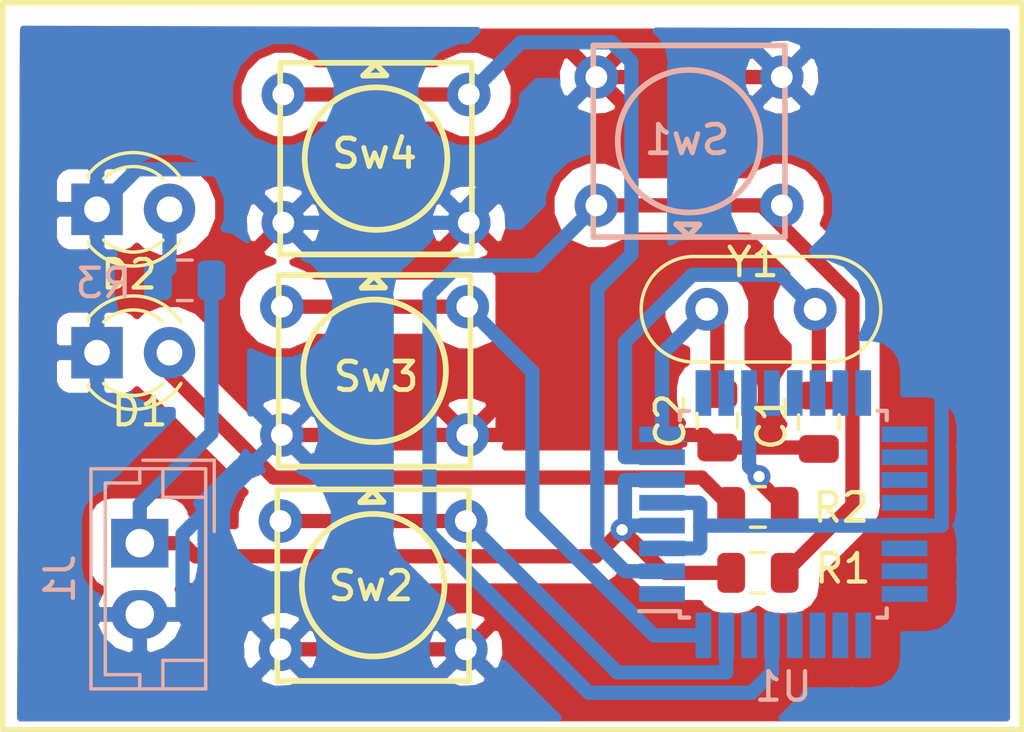
<source format=kicad_pcb>
(kicad_pcb (version 20171130) (host pcbnew "(5.0.0)")

  (general
    (thickness 1.6)
    (drawings 8)
    (tracks 102)
    (zones 0)
    (modules 14)
    (nets 32)
  )

  (page A4)
  (layers
    (0 F.Cu signal)
    (31 B.Cu signal)
    (32 B.Adhes user)
    (33 F.Adhes user)
    (34 B.Paste user)
    (35 F.Paste user hide)
    (36 B.SilkS user)
    (37 F.SilkS user)
    (38 B.Mask user)
    (39 F.Mask user hide)
    (40 Dwgs.User user)
    (41 Cmts.User user)
    (42 Eco1.User user)
    (43 Eco2.User user)
    (44 Edge.Cuts user)
    (45 Margin user)
    (46 B.CrtYd user)
    (47 F.CrtYd user)
    (48 B.Fab user)
    (49 F.Fab user)
  )

  (setup
    (last_trace_width 0.5)
    (trace_clearance 0.2)
    (zone_clearance 0.508)
    (zone_45_only no)
    (trace_min 0.2)
    (segment_width 0.2)
    (edge_width 0.15)
    (via_size 0.8)
    (via_drill 0.4)
    (via_min_size 0.4)
    (via_min_drill 0.3)
    (uvia_size 0.3)
    (uvia_drill 0.1)
    (uvias_allowed no)
    (uvia_min_size 0.2)
    (uvia_min_drill 0.1)
    (pcb_text_width 0.3)
    (pcb_text_size 1.5 1.5)
    (mod_edge_width 0.15)
    (mod_text_size 1 1)
    (mod_text_width 0.15)
    (pad_size 1.524 1.524)
    (pad_drill 0.762)
    (pad_to_mask_clearance 0.2)
    (aux_axis_origin 0 0)
    (visible_elements 7FFFFFFF)
    (pcbplotparams
      (layerselection 0x01030_ffffffff)
      (usegerberextensions false)
      (usegerberattributes false)
      (usegerberadvancedattributes false)
      (creategerberjobfile false)
      (excludeedgelayer true)
      (linewidth 0.100000)
      (plotframeref false)
      (viasonmask false)
      (mode 1)
      (useauxorigin false)
      (hpglpennumber 1)
      (hpglpenspeed 20)
      (hpglpendiameter 15.000000)
      (psnegative false)
      (psa4output false)
      (plotreference true)
      (plotvalue true)
      (plotinvisibletext false)
      (padsonsilk false)
      (subtractmaskfromsilk false)
      (outputformat 1)
      (mirror false)
      (drillshape 0)
      (scaleselection 1)
      (outputdirectory "GeberKicad/"))
  )

  (net 0 "")
  (net 1 +5V)
  (net 2 GND)
  (net 3 "Net-(R1-Pad2)")
  (net 4 "Net-(U1-Pad1)")
  (net 5 "Net-(U1-Pad12)")
  (net 6 "Net-(U1-Pad13)")
  (net 7 "Net-(U1-Pad14)")
  (net 8 "Net-(U1-Pad15)")
  (net 9 "Net-(U1-Pad16)")
  (net 10 "Net-(U1-Pad17)")
  (net 11 "Net-(U1-Pad18)")
  (net 12 "Net-(U1-Pad19)")
  (net 13 "Net-(U1-Pad20)")
  (net 14 "Net-(U1-Pad22)")
  (net 15 "Net-(U1-Pad23)")
  (net 16 "Net-(U1-Pad24)")
  (net 17 "Net-(U1-Pad25)")
  (net 18 "Net-(U1-Pad26)")
  (net 19 "Net-(U1-Pad27)")
  (net 20 "Net-(U1-Pad28)")
  (net 21 "Net-(U1-Pad30)")
  (net 22 "Net-(C1-Pad2)")
  (net 23 "Net-(C2-Pad2)")
  (net 24 "Net-(R2-Pad2)")
  (net 25 "Net-(D1-Pad2)")
  (net 26 "Net-(Sw2-Pad1)")
  (net 27 "Net-(Sw4-Pad1)")
  (net 28 "Net-(Sw3-Pad1)")
  (net 29 "Net-(D2-Pad2)")
  (net 30 "Net-(U1-Pad9)")
  (net 31 "Net-(U1-Pad10)")

  (net_class Default "Esta es la clase de red por defecto."
    (clearance 0.2)
    (trace_width 0.5)
    (via_dia 0.8)
    (via_drill 0.4)
    (uvia_dia 0.3)
    (uvia_drill 0.1)
    (add_net +5V)
    (add_net GND)
    (add_net "Net-(C1-Pad2)")
    (add_net "Net-(C2-Pad2)")
    (add_net "Net-(D1-Pad2)")
    (add_net "Net-(D2-Pad2)")
    (add_net "Net-(R1-Pad2)")
    (add_net "Net-(R2-Pad2)")
    (add_net "Net-(Sw2-Pad1)")
    (add_net "Net-(Sw3-Pad1)")
    (add_net "Net-(Sw4-Pad1)")
    (add_net "Net-(U1-Pad1)")
    (add_net "Net-(U1-Pad10)")
    (add_net "Net-(U1-Pad12)")
    (add_net "Net-(U1-Pad13)")
    (add_net "Net-(U1-Pad14)")
    (add_net "Net-(U1-Pad15)")
    (add_net "Net-(U1-Pad16)")
    (add_net "Net-(U1-Pad17)")
    (add_net "Net-(U1-Pad18)")
    (add_net "Net-(U1-Pad19)")
    (add_net "Net-(U1-Pad20)")
    (add_net "Net-(U1-Pad22)")
    (add_net "Net-(U1-Pad23)")
    (add_net "Net-(U1-Pad24)")
    (add_net "Net-(U1-Pad25)")
    (add_net "Net-(U1-Pad26)")
    (add_net "Net-(U1-Pad27)")
    (add_net "Net-(U1-Pad28)")
    (add_net "Net-(U1-Pad30)")
    (add_net "Net-(U1-Pad9)")
  )

  (module LED_THT:LED_D3.0mm (layer F.Cu) (tedit 587A3A7B) (tstamp 5BCC7E72)
    (at 131.801 89.9414)
    (descr "LED, diameter 3.0mm, 2 pins")
    (tags "LED diameter 3.0mm 2 pins")
    (path /5BB4962F)
    (fp_text reference D2 (at 1.1176 2.286) (layer F.SilkS)
      (effects (font (size 1 1) (thickness 0.15)))
    )
    (fp_text value LED (at -0.895601 2.500199) (layer F.Fab)
      (effects (font (size 1 1) (thickness 0.15)))
    )
    (fp_arc (start 1.27 0) (end -0.23 -1.16619) (angle 284.3) (layer F.Fab) (width 0.1))
    (fp_arc (start 1.27 0) (end -0.29 -1.235516) (angle 108.8) (layer F.SilkS) (width 0.12))
    (fp_arc (start 1.27 0) (end -0.29 1.235516) (angle -108.8) (layer F.SilkS) (width 0.12))
    (fp_arc (start 1.27 0) (end 0.229039 -1.08) (angle 87.9) (layer F.SilkS) (width 0.12))
    (fp_arc (start 1.27 0) (end 0.229039 1.08) (angle -87.9) (layer F.SilkS) (width 0.12))
    (fp_circle (center 1.27 0) (end 2.77 0) (layer F.Fab) (width 0.1))
    (fp_line (start -0.23 -1.16619) (end -0.23 1.16619) (layer F.Fab) (width 0.1))
    (fp_line (start -0.29 -1.236) (end -0.29 -1.08) (layer F.SilkS) (width 0.12))
    (fp_line (start -0.29 1.08) (end -0.29 1.236) (layer F.SilkS) (width 0.12))
    (fp_line (start -1.15 -2.25) (end -1.15 2.25) (layer F.CrtYd) (width 0.05))
    (fp_line (start -1.15 2.25) (end 3.7 2.25) (layer F.CrtYd) (width 0.05))
    (fp_line (start 3.7 2.25) (end 3.7 -2.25) (layer F.CrtYd) (width 0.05))
    (fp_line (start 3.7 -2.25) (end -1.15 -2.25) (layer F.CrtYd) (width 0.05))
    (pad 1 thru_hole rect (at 0 0) (size 1.8 1.8) (drill 0.9) (layers *.Cu *.Mask)
      (net 2 GND))
    (pad 2 thru_hole circle (at 2.54 0) (size 1.8 1.8) (drill 0.9) (layers *.Cu *.Mask)
      (net 29 "Net-(D2-Pad2)"))
    (model ${KISYS3DMOD}/LED_THT.3dshapes/LED_D3.0mm.wrl
      (at (xyz 0 0 0))
      (scale (xyz 1 1 1))
      (rotate (xyz 0 0 0))
    )
  )

  (module Resistor_SMD:R_0805_2012Metric (layer B.Cu) (tedit 5B36C52B) (tstamp 5BCC7DCF)
    (at 134.874 92.4306)
    (descr "Resistor SMD 0805 (2012 Metric), square (rectangular) end terminal, IPC_7351 nominal, (Body size source: https://docs.google.com/spreadsheets/d/1BsfQQcO9C6DZCsRaXUlFlo91Tg2WpOkGARC1WS5S8t0/edit?usp=sharing), generated with kicad-footprint-generator")
    (tags resistor)
    (path /5BB49573)
    (attr smd)
    (fp_text reference R3 (at -2.8448 0.1016) (layer B.SilkS)
      (effects (font (size 1 1) (thickness 0.15)) (justify mirror))
    )
    (fp_text value R (at 0 -1.65) (layer B.Fab)
      (effects (font (size 1 1) (thickness 0.15)) (justify mirror))
    )
    (fp_line (start -1 -0.6) (end -1 0.6) (layer B.Fab) (width 0.1))
    (fp_line (start -1 0.6) (end 1 0.6) (layer B.Fab) (width 0.1))
    (fp_line (start 1 0.6) (end 1 -0.6) (layer B.Fab) (width 0.1))
    (fp_line (start 1 -0.6) (end -1 -0.6) (layer B.Fab) (width 0.1))
    (fp_line (start -0.258578 0.71) (end 0.258578 0.71) (layer B.SilkS) (width 0.12))
    (fp_line (start -0.258578 -0.71) (end 0.258578 -0.71) (layer B.SilkS) (width 0.12))
    (fp_line (start -1.68 -0.95) (end -1.68 0.95) (layer B.CrtYd) (width 0.05))
    (fp_line (start -1.68 0.95) (end 1.68 0.95) (layer B.CrtYd) (width 0.05))
    (fp_line (start 1.68 0.95) (end 1.68 -0.95) (layer B.CrtYd) (width 0.05))
    (fp_line (start 1.68 -0.95) (end -1.68 -0.95) (layer B.CrtYd) (width 0.05))
    (fp_text user %R (at 0.1016 0.1016) (layer B.Fab)
      (effects (font (size 0.5 0.5) (thickness 0.08)) (justify mirror))
    )
    (pad 1 smd roundrect (at -0.9375 0) (size 0.975 1.4) (layers B.Cu B.Paste B.Mask) (roundrect_rratio 0.25)
      (net 29 "Net-(D2-Pad2)"))
    (pad 2 smd roundrect (at 0.9375 0) (size 0.975 1.4) (layers B.Cu B.Paste B.Mask) (roundrect_rratio 0.25)
      (net 1 +5V))
    (model ${KISYS3DMOD}/Resistor_SMD.3dshapes/R_0805_2012Metric.wrl
      (at (xyz 0 0 0))
      (scale (xyz 1 1 1))
      (rotate (xyz 0 0 0))
    )
  )

  (module Capacitor_SMD:C_0805_2012Metric (layer F.Cu) (tedit 5B36C52B) (tstamp 5BC06E6B)
    (at 153.543 97.3582 90)
    (descr "Capacitor SMD 0805 (2012 Metric), square (rectangular) end terminal, IPC_7351 nominal, (Body size source: https://docs.google.com/spreadsheets/d/1BsfQQcO9C6DZCsRaXUlFlo91Tg2WpOkGARC1WS5S8t0/edit?usp=sharing), generated with kicad-footprint-generator")
    (tags capacitor)
    (path /5BB1A044)
    (attr smd)
    (fp_text reference C2 (at 0 -1.65 90) (layer F.SilkS)
      (effects (font (size 1 1) (thickness 0.15)))
    )
    (fp_text value C (at 0 1.65 90) (layer F.Fab)
      (effects (font (size 1 1) (thickness 0.15)))
    )
    (fp_text user %R (at 0 0 90) (layer F.Fab)
      (effects (font (size 0.5 0.5) (thickness 0.08)))
    )
    (fp_line (start 1.68 0.95) (end -1.68 0.95) (layer F.CrtYd) (width 0.05))
    (fp_line (start 1.68 -0.95) (end 1.68 0.95) (layer F.CrtYd) (width 0.05))
    (fp_line (start -1.68 -0.95) (end 1.68 -0.95) (layer F.CrtYd) (width 0.05))
    (fp_line (start -1.68 0.95) (end -1.68 -0.95) (layer F.CrtYd) (width 0.05))
    (fp_line (start -0.258578 0.71) (end 0.258578 0.71) (layer F.SilkS) (width 0.12))
    (fp_line (start -0.258578 -0.71) (end 0.258578 -0.71) (layer F.SilkS) (width 0.12))
    (fp_line (start 1 0.6) (end -1 0.6) (layer F.Fab) (width 0.1))
    (fp_line (start 1 -0.6) (end 1 0.6) (layer F.Fab) (width 0.1))
    (fp_line (start -1 -0.6) (end 1 -0.6) (layer F.Fab) (width 0.1))
    (fp_line (start -1 0.6) (end -1 -0.6) (layer F.Fab) (width 0.1))
    (pad 2 smd roundrect (at 0.9375 0 90) (size 0.975 1.4) (layers F.Cu F.Paste F.Mask) (roundrect_rratio 0.25)
      (net 23 "Net-(C2-Pad2)"))
    (pad 1 smd roundrect (at -0.9375 0 90) (size 0.975 1.4) (layers F.Cu F.Paste F.Mask) (roundrect_rratio 0.25)
      (net 2 GND))
    (model ${KISYS3DMOD}/Capacitor_SMD.3dshapes/C_0805_2012Metric.wrl
      (at (xyz 0 0 0))
      (scale (xyz 1 1 1))
      (rotate (xyz 0 0 0))
    )
  )

  (module Capacitor_SMD:C_0805_2012Metric (layer F.Cu) (tedit 5B36C52B) (tstamp 5BC06E5B)
    (at 157.099 97.409 90)
    (descr "Capacitor SMD 0805 (2012 Metric), square (rectangular) end terminal, IPC_7351 nominal, (Body size source: https://docs.google.com/spreadsheets/d/1BsfQQcO9C6DZCsRaXUlFlo91Tg2WpOkGARC1WS5S8t0/edit?usp=sharing), generated with kicad-footprint-generator")
    (tags capacitor)
    (path /5BB19F93)
    (attr smd)
    (fp_text reference C1 (at 0 -1.65 90) (layer F.SilkS)
      (effects (font (size 1 1) (thickness 0.15)))
    )
    (fp_text value C (at 0 1.65 90) (layer F.Fab)
      (effects (font (size 1 1) (thickness 0.15)))
    )
    (fp_line (start -1 0.6) (end -1 -0.6) (layer F.Fab) (width 0.1))
    (fp_line (start -1 -0.6) (end 1 -0.6) (layer F.Fab) (width 0.1))
    (fp_line (start 1 -0.6) (end 1 0.6) (layer F.Fab) (width 0.1))
    (fp_line (start 1 0.6) (end -1 0.6) (layer F.Fab) (width 0.1))
    (fp_line (start -0.258578 -0.71) (end 0.258578 -0.71) (layer F.SilkS) (width 0.12))
    (fp_line (start -0.258578 0.71) (end 0.258578 0.71) (layer F.SilkS) (width 0.12))
    (fp_line (start -1.68 0.95) (end -1.68 -0.95) (layer F.CrtYd) (width 0.05))
    (fp_line (start -1.68 -0.95) (end 1.68 -0.95) (layer F.CrtYd) (width 0.05))
    (fp_line (start 1.68 -0.95) (end 1.68 0.95) (layer F.CrtYd) (width 0.05))
    (fp_line (start 1.68 0.95) (end -1.68 0.95) (layer F.CrtYd) (width 0.05))
    (fp_text user %R (at 0 0 90) (layer F.Fab)
      (effects (font (size 0.5 0.5) (thickness 0.08)))
    )
    (pad 1 smd roundrect (at -0.9375 0 90) (size 0.975 1.4) (layers F.Cu F.Paste F.Mask) (roundrect_rratio 0.25)
      (net 2 GND))
    (pad 2 smd roundrect (at 0.9375 0 90) (size 0.975 1.4) (layers F.Cu F.Paste F.Mask) (roundrect_rratio 0.25)
      (net 22 "Net-(C1-Pad2)"))
    (model ${KISYS3DMOD}/Capacitor_SMD.3dshapes/C_0805_2012Metric.wrl
      (at (xyz 0 0 0))
      (scale (xyz 1 1 1))
      (rotate (xyz 0 0 0))
    )
  )

  (module Button_Switch_Keyboard:Pulsador (layer F.Cu) (tedit 5BB3EF52) (tstamp 5BC0F1EC)
    (at 141.58 88.1634)
    (path /5BB4322F)
    (fp_text reference Sw4 (at -0.0508 -0.1778) (layer F.SilkS)
      (effects (font (size 1 1) (thickness 0.17)))
    )
    (fp_text value Pulsador (at 0.02 -4.41) (layer F.Fab)
      (effects (font (size 1 1) (thickness 0.17)))
    )
    (fp_line (start -3.36 3.36) (end -3.36 -3.36) (layer F.SilkS) (width 0.2))
    (fp_circle (center 0 0) (end 2.5 0) (layer F.SilkS) (width 0.2))
    (fp_line (start -3.36 -3.36) (end 3.36 -3.36) (layer F.SilkS) (width 0.2))
    (fp_line (start 3.36 -3.36) (end 3.36 3.36) (layer F.SilkS) (width 0.2))
    (fp_line (start 3.36 3.36) (end -3.36 3.36) (layer F.SilkS) (width 0.2))
    (fp_line (start -3 3) (end 3 3) (layer F.Fab) (width 0.12))
    (fp_line (start 3 3) (end 3 -3) (layer F.Fab) (width 0.12))
    (fp_line (start 3 -3) (end -3 -3) (layer F.Fab) (width 0.12))
    (fp_line (start -3 -3) (end -3 3) (layer F.Fab) (width 0.12))
    (fp_line (start 0.01 -3.35) (end -0.45 -2.91) (layer F.SilkS) (width 0.2))
    (fp_line (start -0.45 -2.91) (end 0.36 -2.92) (layer F.SilkS) (width 0.2))
    (fp_line (start 0.36 -2.92) (end -0.02 -3.33) (layer F.SilkS) (width 0.2))
    (fp_line (start -4.2 -3.46) (end 4.2 -3.46) (layer F.CrtYd) (width 0.05))
    (fp_line (start 4.2 -3.46) (end 4.2 3.46) (layer F.CrtYd) (width 0.05))
    (fp_line (start 4.2 3.46) (end -4.2 3.46) (layer F.CrtYd) (width 0.05))
    (fp_line (start -4.2 3.46) (end -4.2 -3.46) (layer F.CrtYd) (width 0.05))
    (pad 1 thru_hole circle (at -3.25 -2.25) (size 1.524 1.524) (drill 0.762) (layers *.Cu *.Mask)
      (net 27 "Net-(Sw4-Pad1)"))
    (pad 1 thru_hole circle (at 3.25 -2.25) (size 1.524 1.524) (drill 0.762) (layers *.Cu *.Mask)
      (net 27 "Net-(Sw4-Pad1)"))
    (pad 2 thru_hole circle (at 3.25 2.25) (size 1.524 1.524) (drill 0.762) (layers *.Cu *.Mask)
      (net 2 GND))
    (pad 2 thru_hole circle (at -3.25 2.25) (size 1.524 1.524) (drill 0.762) (layers *.Cu *.Mask)
      (net 2 GND))
    (model :Mis3D:TOPPUSH.wrl
      (offset (xyz 0 0 -2.8))
      (scale (xyz 0.3937 0.3937 0.3937))
      (rotate (xyz 0 0 90))
    )
  )

  (module Button_Switch_Keyboard:Pulsador (layer F.Cu) (tedit 5BB3EF52) (tstamp 5BC0F1D4)
    (at 141.529 95.6056)
    (path /5BB4317C)
    (fp_text reference Sw3 (at 0.0508 0.2032) (layer F.SilkS)
      (effects (font (size 1 1) (thickness 0.17)))
    )
    (fp_text value Pulsador (at 0.02 -4.41) (layer F.Fab)
      (effects (font (size 1 1) (thickness 0.17)))
    )
    (fp_line (start -4.2 3.46) (end -4.2 -3.46) (layer F.CrtYd) (width 0.05))
    (fp_line (start 4.2 3.46) (end -4.2 3.46) (layer F.CrtYd) (width 0.05))
    (fp_line (start 4.2 -3.46) (end 4.2 3.46) (layer F.CrtYd) (width 0.05))
    (fp_line (start -4.2 -3.46) (end 4.2 -3.46) (layer F.CrtYd) (width 0.05))
    (fp_line (start 0.36 -2.92) (end -0.02 -3.33) (layer F.SilkS) (width 0.2))
    (fp_line (start -0.45 -2.91) (end 0.36 -2.92) (layer F.SilkS) (width 0.2))
    (fp_line (start 0.01 -3.35) (end -0.45 -2.91) (layer F.SilkS) (width 0.2))
    (fp_line (start -3 -3) (end -3 3) (layer F.Fab) (width 0.12))
    (fp_line (start 3 -3) (end -3 -3) (layer F.Fab) (width 0.12))
    (fp_line (start 3 3) (end 3 -3) (layer F.Fab) (width 0.12))
    (fp_line (start -3 3) (end 3 3) (layer F.Fab) (width 0.12))
    (fp_line (start 3.36 3.36) (end -3.36 3.36) (layer F.SilkS) (width 0.2))
    (fp_line (start 3.36 -3.36) (end 3.36 3.36) (layer F.SilkS) (width 0.2))
    (fp_line (start -3.36 -3.36) (end 3.36 -3.36) (layer F.SilkS) (width 0.2))
    (fp_circle (center 0 0) (end 2.5 0) (layer F.SilkS) (width 0.2))
    (fp_line (start -3.36 3.36) (end -3.36 -3.36) (layer F.SilkS) (width 0.2))
    (pad 2 thru_hole circle (at -3.25 2.25) (size 1.524 1.524) (drill 0.762) (layers *.Cu *.Mask)
      (net 2 GND))
    (pad 2 thru_hole circle (at 3.25 2.25) (size 1.524 1.524) (drill 0.762) (layers *.Cu *.Mask)
      (net 2 GND))
    (pad 1 thru_hole circle (at 3.25 -2.25) (size 1.524 1.524) (drill 0.762) (layers *.Cu *.Mask)
      (net 28 "Net-(Sw3-Pad1)"))
    (pad 1 thru_hole circle (at -3.25 -2.25) (size 1.524 1.524) (drill 0.762) (layers *.Cu *.Mask)
      (net 28 "Net-(Sw3-Pad1)"))
    (model :Mis3D:TOPPUSH.wrl
      (offset (xyz 0 0 -2.8))
      (scale (xyz 0.3937 0.3937 0.3937))
      (rotate (xyz 0 0 90))
    )
  )

  (module Button_Switch_Keyboard:Pulsador (layer F.Cu) (tedit 5BB3EF52) (tstamp 5BC0F1BC)
    (at 141.478 103.124)
    (path /5BB432A6)
    (fp_text reference Sw2 (at -0.0762 0.0254) (layer F.SilkS)
      (effects (font (size 1 1) (thickness 0.17)))
    )
    (fp_text value Pulsador (at 0.02 -4.41) (layer F.Fab)
      (effects (font (size 1 1) (thickness 0.17)))
    )
    (fp_line (start -3.36 3.36) (end -3.36 -3.36) (layer F.SilkS) (width 0.2))
    (fp_circle (center 0 0) (end 2.5 0) (layer F.SilkS) (width 0.2))
    (fp_line (start -3.36 -3.36) (end 3.36 -3.36) (layer F.SilkS) (width 0.2))
    (fp_line (start 3.36 -3.36) (end 3.36 3.36) (layer F.SilkS) (width 0.2))
    (fp_line (start 3.36 3.36) (end -3.36 3.36) (layer F.SilkS) (width 0.2))
    (fp_line (start -3 3) (end 3 3) (layer F.Fab) (width 0.12))
    (fp_line (start 3 3) (end 3 -3) (layer F.Fab) (width 0.12))
    (fp_line (start 3 -3) (end -3 -3) (layer F.Fab) (width 0.12))
    (fp_line (start -3 -3) (end -3 3) (layer F.Fab) (width 0.12))
    (fp_line (start 0.01 -3.35) (end -0.45 -2.91) (layer F.SilkS) (width 0.2))
    (fp_line (start -0.45 -2.91) (end 0.36 -2.92) (layer F.SilkS) (width 0.2))
    (fp_line (start 0.36 -2.92) (end -0.02 -3.33) (layer F.SilkS) (width 0.2))
    (fp_line (start -4.2 -3.46) (end 4.2 -3.46) (layer F.CrtYd) (width 0.05))
    (fp_line (start 4.2 -3.46) (end 4.2 3.46) (layer F.CrtYd) (width 0.05))
    (fp_line (start 4.2 3.46) (end -4.2 3.46) (layer F.CrtYd) (width 0.05))
    (fp_line (start -4.2 3.46) (end -4.2 -3.46) (layer F.CrtYd) (width 0.05))
    (pad 1 thru_hole circle (at -3.25 -2.25) (size 1.524 1.524) (drill 0.762) (layers *.Cu *.Mask)
      (net 26 "Net-(Sw2-Pad1)"))
    (pad 1 thru_hole circle (at 3.25 -2.25) (size 1.524 1.524) (drill 0.762) (layers *.Cu *.Mask)
      (net 26 "Net-(Sw2-Pad1)"))
    (pad 2 thru_hole circle (at 3.25 2.25) (size 1.524 1.524) (drill 0.762) (layers *.Cu *.Mask)
      (net 2 GND))
    (pad 2 thru_hole circle (at -3.25 2.25) (size 1.524 1.524) (drill 0.762) (layers *.Cu *.Mask)
      (net 2 GND))
    (model :Mis3D:TOPPUSH.wrl
      (offset (xyz 0 0 -2.8))
      (scale (xyz 0.3937 0.3937 0.3937))
      (rotate (xyz 0 0 90))
    )
  )

  (module LED_THT:LED_D3.0mm (layer F.Cu) (tedit 587A3A7B) (tstamp 5BC0E190)
    (at 131.801 94.9706)
    (descr "LED, diameter 3.0mm, 2 pins")
    (tags "LED diameter 3.0mm 2 pins")
    (path /5BB392D1)
    (fp_text reference D1 (at 1.4986 2.0574) (layer F.SilkS)
      (effects (font (size 1 1) (thickness 0.15)))
    )
    (fp_text value LED (at 1.27 2.96) (layer F.Fab)
      (effects (font (size 1 1) (thickness 0.15)))
    )
    (fp_arc (start 1.27 0) (end -0.23 -1.16619) (angle 284.3) (layer F.Fab) (width 0.1))
    (fp_arc (start 1.27 0) (end -0.29 -1.235516) (angle 108.8) (layer F.SilkS) (width 0.12))
    (fp_arc (start 1.27 0) (end -0.29 1.235516) (angle -108.8) (layer F.SilkS) (width 0.12))
    (fp_arc (start 1.27 0) (end 0.229039 -1.08) (angle 87.9) (layer F.SilkS) (width 0.12))
    (fp_arc (start 1.27 0) (end 0.229039 1.08) (angle -87.9) (layer F.SilkS) (width 0.12))
    (fp_circle (center 1.27 0) (end 2.77 0) (layer F.Fab) (width 0.1))
    (fp_line (start -0.23 -1.16619) (end -0.23 1.16619) (layer F.Fab) (width 0.1))
    (fp_line (start -0.29 -1.236) (end -0.29 -1.08) (layer F.SilkS) (width 0.12))
    (fp_line (start -0.29 1.08) (end -0.29 1.236) (layer F.SilkS) (width 0.12))
    (fp_line (start -1.15 -2.25) (end -1.15 2.25) (layer F.CrtYd) (width 0.05))
    (fp_line (start -1.15 2.25) (end 3.7 2.25) (layer F.CrtYd) (width 0.05))
    (fp_line (start 3.7 2.25) (end 3.7 -2.25) (layer F.CrtYd) (width 0.05))
    (fp_line (start 3.7 -2.25) (end -1.15 -2.25) (layer F.CrtYd) (width 0.05))
    (pad 1 thru_hole rect (at 0 0) (size 1.8 1.8) (drill 0.9) (layers *.Cu *.Mask)
      (net 2 GND))
    (pad 2 thru_hole circle (at 2.54 0) (size 1.8 1.8) (drill 0.9) (layers *.Cu *.Mask)
      (net 25 "Net-(D1-Pad2)"))
    (model ${KISYS3DMOD}/LED_THT.3dshapes/LED_D3.0mm.wrl
      (at (xyz 0 0 0))
      (scale (xyz 1 1 1))
      (rotate (xyz 0 0 0))
    )
  )

  (module Connector_JST:JST_EH_B02B-EH-A_1x02_P2.50mm_Vertical (layer B.Cu) (tedit 5A0EB040) (tstamp 5BC0E1B0)
    (at 133.299 101.651 270)
    (descr "JST EH series connector, B02B-EH-A (http://www.jst-mfg.com/product/pdf/eng/eEH.pdf), generated with kicad-footprint-generator")
    (tags "connector JST EH side entry")
    (path /5BB193DD)
    (fp_text reference J1 (at 1.25 2.8 270) (layer B.SilkS)
      (effects (font (size 1 1) (thickness 0.15)) (justify mirror))
    )
    (fp_text value Conn_01x02_Female (at -1.4988 -2.9974 270) (layer B.Fab)
      (effects (font (size 1 1) (thickness 0.15)) (justify mirror))
    )
    (fp_line (start -2.5 1.6) (end -2.5 -2.2) (layer B.Fab) (width 0.1))
    (fp_line (start -2.5 -2.2) (end 5 -2.2) (layer B.Fab) (width 0.1))
    (fp_line (start 5 -2.2) (end 5 1.6) (layer B.Fab) (width 0.1))
    (fp_line (start 5 1.6) (end -2.5 1.6) (layer B.Fab) (width 0.1))
    (fp_line (start -3 2.1) (end -3 -2.7) (layer B.CrtYd) (width 0.05))
    (fp_line (start -3 -2.7) (end 5.5 -2.7) (layer B.CrtYd) (width 0.05))
    (fp_line (start 5.5 -2.7) (end 5.5 2.1) (layer B.CrtYd) (width 0.05))
    (fp_line (start 5.5 2.1) (end -3 2.1) (layer B.CrtYd) (width 0.05))
    (fp_line (start -2.61 1.71) (end -2.61 -2.31) (layer B.SilkS) (width 0.12))
    (fp_line (start -2.61 -2.31) (end 5.11 -2.31) (layer B.SilkS) (width 0.12))
    (fp_line (start 5.11 -2.31) (end 5.11 1.71) (layer B.SilkS) (width 0.12))
    (fp_line (start 5.11 1.71) (end -2.61 1.71) (layer B.SilkS) (width 0.12))
    (fp_line (start -2.61 0) (end -2.11 0) (layer B.SilkS) (width 0.12))
    (fp_line (start -2.11 0) (end -2.11 1.21) (layer B.SilkS) (width 0.12))
    (fp_line (start -2.11 1.21) (end 4.61 1.21) (layer B.SilkS) (width 0.12))
    (fp_line (start 4.61 1.21) (end 4.61 0) (layer B.SilkS) (width 0.12))
    (fp_line (start 4.61 0) (end 5.11 0) (layer B.SilkS) (width 0.12))
    (fp_line (start -2.61 -0.81) (end -1.61 -0.81) (layer B.SilkS) (width 0.12))
    (fp_line (start -1.61 -0.81) (end -1.61 -2.31) (layer B.SilkS) (width 0.12))
    (fp_line (start 5.11 -0.81) (end 4.11 -0.81) (layer B.SilkS) (width 0.12))
    (fp_line (start 4.11 -0.81) (end 4.11 -2.31) (layer B.SilkS) (width 0.12))
    (fp_line (start -2.91 -0.11) (end -2.91 -2.61) (layer B.SilkS) (width 0.12))
    (fp_line (start -2.91 -2.61) (end -0.41 -2.61) (layer B.SilkS) (width 0.12))
    (fp_line (start -2.91 -0.11) (end -2.91 -2.61) (layer B.Fab) (width 0.1))
    (fp_line (start -2.91 -2.61) (end -0.41 -2.61) (layer B.Fab) (width 0.1))
    (fp_text user %R (at 1.25 -1.5 270) (layer B.Fab)
      (effects (font (size 1 1) (thickness 0.15)) (justify mirror))
    )
    (pad 1 thru_hole rect (at 0 0 270) (size 1.7 2) (drill 1) (layers *.Cu *.Mask)
      (net 1 +5V))
    (pad 2 thru_hole oval (at 2.5 0 270) (size 1.7 2) (drill 1) (layers *.Cu *.Mask)
      (net 2 GND))
    (model ${KISYS3DMOD}/Connector_JST.3dshapes/JST_EH_B02B-EH-A_1x02_P2.50mm_Vertical.wrl
      (at (xyz 0 0 0))
      (scale (xyz 1 1 1))
      (rotate (xyz 0 0 0))
    )
  )

  (module Resistor_SMD:R_0805_2012Metric (layer F.Cu) (tedit 5B36C52B) (tstamp 5BC0E1C1)
    (at 154.965 102.692)
    (descr "Resistor SMD 0805 (2012 Metric), square (rectangular) end terminal, IPC_7351 nominal, (Body size source: https://docs.google.com/spreadsheets/d/1BsfQQcO9C6DZCsRaXUlFlo91Tg2WpOkGARC1WS5S8t0/edit?usp=sharing), generated with kicad-footprint-generator")
    (tags resistor)
    (path /5BB18D69)
    (attr smd)
    (fp_text reference R1 (at 2.9718 -0.1524) (layer F.SilkS)
      (effects (font (size 1 1) (thickness 0.15)))
    )
    (fp_text value R (at 0 1.65) (layer F.Fab)
      (effects (font (size 1 1) (thickness 0.15)))
    )
    (fp_line (start -1 0.6) (end -1 -0.6) (layer F.Fab) (width 0.1))
    (fp_line (start -1 -0.6) (end 1 -0.6) (layer F.Fab) (width 0.1))
    (fp_line (start 1 -0.6) (end 1 0.6) (layer F.Fab) (width 0.1))
    (fp_line (start 1 0.6) (end -1 0.6) (layer F.Fab) (width 0.1))
    (fp_line (start -0.258578 -0.71) (end 0.258578 -0.71) (layer F.SilkS) (width 0.12))
    (fp_line (start -0.258578 0.71) (end 0.258578 0.71) (layer F.SilkS) (width 0.12))
    (fp_line (start -1.68 0.95) (end -1.68 -0.95) (layer F.CrtYd) (width 0.05))
    (fp_line (start -1.68 -0.95) (end 1.68 -0.95) (layer F.CrtYd) (width 0.05))
    (fp_line (start 1.68 -0.95) (end 1.68 0.95) (layer F.CrtYd) (width 0.05))
    (fp_line (start 1.68 0.95) (end -1.68 0.95) (layer F.CrtYd) (width 0.05))
    (fp_text user %R (at 0 0) (layer F.Fab)
      (effects (font (size 0.5 0.5) (thickness 0.08)))
    )
    (pad 1 smd roundrect (at -0.9375 0) (size 0.975 1.4) (layers F.Cu F.Paste F.Mask) (roundrect_rratio 0.25)
      (net 1 +5V))
    (pad 2 smd roundrect (at 0.9375 0) (size 0.975 1.4) (layers F.Cu F.Paste F.Mask) (roundrect_rratio 0.25)
      (net 3 "Net-(R1-Pad2)"))
    (model ${KISYS3DMOD}/Resistor_SMD.3dshapes/R_0805_2012Metric.wrl
      (at (xyz 0 0 0))
      (scale (xyz 1 1 1))
      (rotate (xyz 0 0 0))
    )
  )

  (module Resistor_SMD:R_0805_2012Metric (layer F.Cu) (tedit 5B36C52B) (tstamp 5BC0E1D2)
    (at 154.965 100.381)
    (descr "Resistor SMD 0805 (2012 Metric), square (rectangular) end terminal, IPC_7351 nominal, (Body size source: https://docs.google.com/spreadsheets/d/1BsfQQcO9C6DZCsRaXUlFlo91Tg2WpOkGARC1WS5S8t0/edit?usp=sharing), generated with kicad-footprint-generator")
    (tags resistor)
    (path /5BB3995D)
    (attr smd)
    (fp_text reference R2 (at 2.921 0.0254) (layer F.SilkS)
      (effects (font (size 1 1) (thickness 0.15)))
    )
    (fp_text value R (at 0 1.65) (layer F.Fab)
      (effects (font (size 1 1) (thickness 0.15)))
    )
    (fp_text user %R (at 0 0) (layer F.Fab)
      (effects (font (size 0.5 0.5) (thickness 0.08)))
    )
    (fp_line (start 1.68 0.95) (end -1.68 0.95) (layer F.CrtYd) (width 0.05))
    (fp_line (start 1.68 -0.95) (end 1.68 0.95) (layer F.CrtYd) (width 0.05))
    (fp_line (start -1.68 -0.95) (end 1.68 -0.95) (layer F.CrtYd) (width 0.05))
    (fp_line (start -1.68 0.95) (end -1.68 -0.95) (layer F.CrtYd) (width 0.05))
    (fp_line (start -0.258578 0.71) (end 0.258578 0.71) (layer F.SilkS) (width 0.12))
    (fp_line (start -0.258578 -0.71) (end 0.258578 -0.71) (layer F.SilkS) (width 0.12))
    (fp_line (start 1 0.6) (end -1 0.6) (layer F.Fab) (width 0.1))
    (fp_line (start 1 -0.6) (end 1 0.6) (layer F.Fab) (width 0.1))
    (fp_line (start -1 -0.6) (end 1 -0.6) (layer F.Fab) (width 0.1))
    (fp_line (start -1 0.6) (end -1 -0.6) (layer F.Fab) (width 0.1))
    (pad 2 smd roundrect (at 0.9375 0) (size 0.975 1.4) (layers F.Cu F.Paste F.Mask) (roundrect_rratio 0.25)
      (net 24 "Net-(R2-Pad2)"))
    (pad 1 smd roundrect (at -0.9375 0) (size 0.975 1.4) (layers F.Cu F.Paste F.Mask) (roundrect_rratio 0.25)
      (net 25 "Net-(D1-Pad2)"))
    (model ${KISYS3DMOD}/Resistor_SMD.3dshapes/R_0805_2012Metric.wrl
      (at (xyz 0 0 0))
      (scale (xyz 1 1 1))
      (rotate (xyz 0 0 0))
    )
  )

  (module Button_Switch_Keyboard:Pulsador (layer B.Cu) (tedit 5BB3EF52) (tstamp 5BC0E1EA)
    (at 152.552 87.5538)
    (path /5BB4237C)
    (fp_text reference Sw1 (at -0.0762 -0.0508) (layer B.SilkS)
      (effects (font (size 1 1) (thickness 0.17)) (justify mirror))
    )
    (fp_text value Pulsador (at 0.02 4.41) (layer B.Fab)
      (effects (font (size 1 1) (thickness 0.17)) (justify mirror))
    )
    (fp_line (start -3.36 -3.36) (end -3.36 3.36) (layer B.SilkS) (width 0.2))
    (fp_circle (center 0 0) (end 2.5 0) (layer B.SilkS) (width 0.2))
    (fp_line (start -3.36 3.36) (end 3.36 3.36) (layer B.SilkS) (width 0.2))
    (fp_line (start 3.36 3.36) (end 3.36 -3.36) (layer B.SilkS) (width 0.2))
    (fp_line (start 3.36 -3.36) (end -3.36 -3.36) (layer B.SilkS) (width 0.2))
    (fp_line (start -3 -3) (end 3 -3) (layer B.Fab) (width 0.12))
    (fp_line (start 3 -3) (end 3 3) (layer B.Fab) (width 0.12))
    (fp_line (start 3 3) (end -3 3) (layer B.Fab) (width 0.12))
    (fp_line (start -3 3) (end -3 -3) (layer B.Fab) (width 0.12))
    (fp_line (start 0.01 3.35) (end -0.45 2.91) (layer B.SilkS) (width 0.2))
    (fp_line (start -0.45 2.91) (end 0.36 2.92) (layer B.SilkS) (width 0.2))
    (fp_line (start 0.36 2.92) (end -0.02 3.33) (layer B.SilkS) (width 0.2))
    (fp_line (start -4.2 3.46) (end 4.2 3.46) (layer B.CrtYd) (width 0.05))
    (fp_line (start 4.2 3.46) (end 4.2 -3.46) (layer B.CrtYd) (width 0.05))
    (fp_line (start 4.2 -3.46) (end -4.2 -3.46) (layer B.CrtYd) (width 0.05))
    (fp_line (start -4.2 -3.46) (end -4.2 3.46) (layer B.CrtYd) (width 0.05))
    (pad 1 thru_hole circle (at -3.25 2.25) (size 1.524 1.524) (drill 0.762) (layers *.Cu *.Mask)
      (net 3 "Net-(R1-Pad2)"))
    (pad 1 thru_hole circle (at 3.25 2.25) (size 1.524 1.524) (drill 0.762) (layers *.Cu *.Mask)
      (net 3 "Net-(R1-Pad2)"))
    (pad 2 thru_hole circle (at 3.25 -2.25) (size 1.524 1.524) (drill 0.762) (layers *.Cu *.Mask)
      (net 2 GND))
    (pad 2 thru_hole circle (at -3.25 -2.25) (size 1.524 1.524) (drill 0.762) (layers *.Cu *.Mask)
      (net 2 GND))
    (model :Mis3D:TOPPUSH.wrl
      (offset (xyz 0 0 -2.8))
      (scale (xyz 0.3937 0.3937 0.3937))
      (rotate (xyz 0 0 90))
    )
  )

  (module Package_QFP:TQFP-32_7x7mm_P0.8mm (layer B.Cu) (tedit 5A02F146) (tstamp 5BC0E221)
    (at 155.854 100.635)
    (descr "32-Lead Plastic Thin Quad Flatpack (PT) - 7x7x1.0 mm Body, 2.00 mm [TQFP] (see Microchip Packaging Specification 00000049BS.pdf)")
    (tags "QFP 0.8")
    (path /5BB18966)
    (attr smd)
    (fp_text reference U1 (at 0 6.05) (layer B.SilkS)
      (effects (font (size 1 1) (thickness 0.15)) (justify mirror))
    )
    (fp_text value ATmega328P-AU (at -0.66 -10.8968) (layer B.Fab)
      (effects (font (size 1 1) (thickness 0.15)) (justify mirror))
    )
    (fp_text user %R (at -0.1651 -0.2032) (layer B.Fab)
      (effects (font (size 1 1) (thickness 0.15)) (justify mirror))
    )
    (fp_line (start -2.5 3.5) (end 3.5 3.5) (layer B.Fab) (width 0.15))
    (fp_line (start 3.5 3.5) (end 3.5 -3.5) (layer B.Fab) (width 0.15))
    (fp_line (start 3.5 -3.5) (end -3.5 -3.5) (layer B.Fab) (width 0.15))
    (fp_line (start -3.5 -3.5) (end -3.5 2.5) (layer B.Fab) (width 0.15))
    (fp_line (start -3.5 2.5) (end -2.5 3.5) (layer B.Fab) (width 0.15))
    (fp_line (start -5.3 5.3) (end -5.3 -5.3) (layer B.CrtYd) (width 0.05))
    (fp_line (start 5.3 5.3) (end 5.3 -5.3) (layer B.CrtYd) (width 0.05))
    (fp_line (start -5.3 5.3) (end 5.3 5.3) (layer B.CrtYd) (width 0.05))
    (fp_line (start -5.3 -5.3) (end 5.3 -5.3) (layer B.CrtYd) (width 0.05))
    (fp_line (start -3.625 3.625) (end -3.625 3.4) (layer B.SilkS) (width 0.15))
    (fp_line (start 3.625 3.625) (end 3.625 3.3) (layer B.SilkS) (width 0.15))
    (fp_line (start 3.625 -3.625) (end 3.625 -3.3) (layer B.SilkS) (width 0.15))
    (fp_line (start -3.625 -3.625) (end -3.625 -3.3) (layer B.SilkS) (width 0.15))
    (fp_line (start -3.625 3.625) (end -3.3 3.625) (layer B.SilkS) (width 0.15))
    (fp_line (start -3.625 -3.625) (end -3.3 -3.625) (layer B.SilkS) (width 0.15))
    (fp_line (start 3.625 -3.625) (end 3.3 -3.625) (layer B.SilkS) (width 0.15))
    (fp_line (start 3.625 3.625) (end 3.3 3.625) (layer B.SilkS) (width 0.15))
    (fp_line (start -3.625 3.4) (end -5.05 3.4) (layer B.SilkS) (width 0.15))
    (pad 1 smd rect (at -4.25 2.8) (size 1.6 0.55) (layers B.Cu B.Paste B.Mask)
      (net 4 "Net-(U1-Pad1)"))
    (pad 2 smd rect (at -4.25 2) (size 1.6 0.55) (layers B.Cu B.Paste B.Mask)
      (net 27 "Net-(Sw4-Pad1)"))
    (pad 3 smd rect (at -4.25 1.2) (size 1.6 0.55) (layers B.Cu B.Paste B.Mask)
      (net 2 GND))
    (pad 4 smd rect (at -4.25 0.4) (size 1.6 0.55) (layers B.Cu B.Paste B.Mask)
      (net 1 +5V))
    (pad 5 smd rect (at -4.25 -0.4) (size 1.6 0.55) (layers B.Cu B.Paste B.Mask)
      (net 2 GND))
    (pad 6 smd rect (at -4.25 -1.2) (size 1.6 0.55) (layers B.Cu B.Paste B.Mask)
      (net 1 +5V))
    (pad 7 smd rect (at -4.25 -2) (size 1.6 0.55) (layers B.Cu B.Paste B.Mask)
      (net 22 "Net-(C1-Pad2)"))
    (pad 8 smd rect (at -4.25 -2.8) (size 1.6 0.55) (layers B.Cu B.Paste B.Mask)
      (net 23 "Net-(C2-Pad2)"))
    (pad 9 smd rect (at -2.8 -4.25 270) (size 1.6 0.55) (layers B.Cu B.Paste B.Mask)
      (net 30 "Net-(U1-Pad9)"))
    (pad 10 smd rect (at -2 -4.25 270) (size 1.6 0.55) (layers B.Cu B.Paste B.Mask)
      (net 31 "Net-(U1-Pad10)"))
    (pad 11 smd rect (at -1.2 -4.25 270) (size 1.6 0.55) (layers B.Cu B.Paste B.Mask)
      (net 24 "Net-(R2-Pad2)"))
    (pad 12 smd rect (at -0.4 -4.25 270) (size 1.6 0.55) (layers B.Cu B.Paste B.Mask)
      (net 5 "Net-(U1-Pad12)"))
    (pad 13 smd rect (at 0.4 -4.25 270) (size 1.6 0.55) (layers B.Cu B.Paste B.Mask)
      (net 6 "Net-(U1-Pad13)"))
    (pad 14 smd rect (at 1.2 -4.25 270) (size 1.6 0.55) (layers B.Cu B.Paste B.Mask)
      (net 7 "Net-(U1-Pad14)"))
    (pad 15 smd rect (at 2 -4.25 270) (size 1.6 0.55) (layers B.Cu B.Paste B.Mask)
      (net 8 "Net-(U1-Pad15)"))
    (pad 16 smd rect (at 2.8 -4.25 270) (size 1.6 0.55) (layers B.Cu B.Paste B.Mask)
      (net 9 "Net-(U1-Pad16)"))
    (pad 17 smd rect (at 4.25 -2.8) (size 1.6 0.55) (layers B.Cu B.Paste B.Mask)
      (net 10 "Net-(U1-Pad17)"))
    (pad 18 smd rect (at 4.25 -2) (size 1.6 0.55) (layers B.Cu B.Paste B.Mask)
      (net 11 "Net-(U1-Pad18)"))
    (pad 19 smd rect (at 4.25 -1.2) (size 1.6 0.55) (layers B.Cu B.Paste B.Mask)
      (net 12 "Net-(U1-Pad19)"))
    (pad 20 smd rect (at 4.25 -0.4) (size 1.6 0.55) (layers B.Cu B.Paste B.Mask)
      (net 13 "Net-(U1-Pad20)"))
    (pad 21 smd rect (at 4.25 0.4) (size 1.6 0.55) (layers B.Cu B.Paste B.Mask)
      (net 2 GND))
    (pad 22 smd rect (at 4.25 1.2) (size 1.6 0.55) (layers B.Cu B.Paste B.Mask)
      (net 14 "Net-(U1-Pad22)"))
    (pad 23 smd rect (at 4.25 2) (size 1.6 0.55) (layers B.Cu B.Paste B.Mask)
      (net 15 "Net-(U1-Pad23)"))
    (pad 24 smd rect (at 4.25 2.8) (size 1.6 0.55) (layers B.Cu B.Paste B.Mask)
      (net 16 "Net-(U1-Pad24)"))
    (pad 25 smd rect (at 2.8 4.25 270) (size 1.6 0.55) (layers B.Cu B.Paste B.Mask)
      (net 17 "Net-(U1-Pad25)"))
    (pad 26 smd rect (at 2 4.25 270) (size 1.6 0.55) (layers B.Cu B.Paste B.Mask)
      (net 18 "Net-(U1-Pad26)"))
    (pad 27 smd rect (at 1.2 4.25 270) (size 1.6 0.55) (layers B.Cu B.Paste B.Mask)
      (net 19 "Net-(U1-Pad27)"))
    (pad 28 smd rect (at 0.4 4.25 270) (size 1.6 0.55) (layers B.Cu B.Paste B.Mask)
      (net 20 "Net-(U1-Pad28)"))
    (pad 29 smd rect (at -0.4 4.25 270) (size 1.6 0.55) (layers B.Cu B.Paste B.Mask)
      (net 3 "Net-(R1-Pad2)"))
    (pad 30 smd rect (at -1.2 4.25 270) (size 1.6 0.55) (layers B.Cu B.Paste B.Mask)
      (net 21 "Net-(U1-Pad30)"))
    (pad 31 smd rect (at -2 4.25 270) (size 1.6 0.55) (layers B.Cu B.Paste B.Mask)
      (net 26 "Net-(Sw2-Pad1)"))
    (pad 32 smd rect (at -2.8 4.25 270) (size 1.6 0.55) (layers B.Cu B.Paste B.Mask)
      (net 28 "Net-(Sw3-Pad1)"))
    (model ${KISYS3DMOD}/Package_QFP.3dshapes/TQFP-32_7x7mm_P0.8mm.wrl
      (at (xyz 0 0 0))
      (scale (xyz 1 1 1))
      (rotate (xyz 0 0 0))
    )
  )

  (module Crystal:Crystal_HC52-8mm_Vertical (layer F.Cu) (tedit 5A1AD3B8) (tstamp 5BC0E238)
    (at 156.972 93.4466 180)
    (descr "Crystal THT HC-52/8mm, http://www.kvg-gmbh.de/assets/uploads/files/product_pdfs/XS71xx.pdf")
    (tags "THT crystalHC-49/U")
    (path /5BB199C3)
    (fp_text reference Y1 (at 2.1844 1.651 180) (layer F.SilkS)
      (effects (font (size 1 1) (thickness 0.15)))
    )
    (fp_text value Crystal (at 1.9 2.85 180) (layer F.Fab)
      (effects (font (size 1 1) (thickness 0.15)))
    )
    (fp_text user %R (at 1.9 0.254 180) (layer F.Fab)
      (effects (font (size 1 1) (thickness 0.15)))
    )
    (fp_line (start -0.45 -1.65) (end 4.25 -1.65) (layer F.Fab) (width 0.1))
    (fp_line (start -0.45 1.65) (end 4.25 1.65) (layer F.Fab) (width 0.1))
    (fp_line (start -0.45 -1.15) (end 4.25 -1.15) (layer F.Fab) (width 0.1))
    (fp_line (start -0.45 1.15) (end 4.25 1.15) (layer F.Fab) (width 0.1))
    (fp_line (start -0.45 -1.85) (end 4.25 -1.85) (layer F.SilkS) (width 0.12))
    (fp_line (start -0.45 1.85) (end 4.25 1.85) (layer F.SilkS) (width 0.12))
    (fp_line (start -2.6 -2.1) (end -2.6 2.1) (layer F.CrtYd) (width 0.05))
    (fp_line (start -2.6 2.1) (end 6.4 2.1) (layer F.CrtYd) (width 0.05))
    (fp_line (start 6.4 2.1) (end 6.4 -2.1) (layer F.CrtYd) (width 0.05))
    (fp_line (start 6.4 -2.1) (end -2.6 -2.1) (layer F.CrtYd) (width 0.05))
    (fp_arc (start -0.45 0) (end -0.45 -1.65) (angle -180) (layer F.Fab) (width 0.1))
    (fp_arc (start 4.25 0) (end 4.25 -1.65) (angle 180) (layer F.Fab) (width 0.1))
    (fp_arc (start -0.45 0) (end -0.45 -1.15) (angle -180) (layer F.Fab) (width 0.1))
    (fp_arc (start 4.25 0) (end 4.25 -1.15) (angle 180) (layer F.Fab) (width 0.1))
    (fp_arc (start -0.45 0) (end -0.45 -1.85) (angle -180) (layer F.SilkS) (width 0.12))
    (fp_arc (start 4.25 0) (end 4.25 -1.85) (angle 180) (layer F.SilkS) (width 0.12))
    (pad 1 thru_hole circle (at 0 0 180) (size 1.5 1.5) (drill 0.8) (layers *.Cu *.Mask)
      (net 22 "Net-(C1-Pad2)"))
    (pad 2 thru_hole circle (at 3.8 0 180) (size 1.5 1.5) (drill 0.8) (layers *.Cu *.Mask)
      (net 23 "Net-(C2-Pad2)"))
    (model ${KISYS3DMOD}/Crystal.3dshapes/Crystal_HC52-8mm_Vertical.wrl
      (at (xyz 0 0 0))
      (scale (xyz 1 1 1))
      (rotate (xyz 0 0 0))
    )
  )

  (gr_line (start 128.5 108.2) (end 164.2 108.2) (layer F.SilkS) (width 0.2))
  (gr_line (start 128.5 82.7) (end 128.5 108.1) (layer F.SilkS) (width 0.2))
  (gr_line (start 164.2 82.7) (end 128.5 82.7) (layer F.SilkS) (width 0.2))
  (gr_line (start 164.2 108.2) (end 164.2 82.7) (layer F.SilkS) (width 0.2))
  (gr_line (start 163.83 107.8865) (end 129.032 107.8865) (layer B.CrtYd) (width 0.2))
  (gr_line (start 163.83 83.566) (end 163.83 107.8865) (layer B.CrtYd) (width 0.2))
  (gr_line (start 129.032 107.8865) (end 129.032 83.566) (layer B.CrtYd) (width 0.2))
  (gr_line (start 129.032 83.566) (end 163.83 83.566) (layer B.CrtYd) (width 0.2))

  (segment (start 150.3042 101.035) (end 150.2017 101.1375) (width 0.5) (layer B.Cu) (net 1))
  (segment (start 150.2017 101.1375) (end 150.2017 101.182) (width 0.5) (layer B.Cu) (net 1))
  (segment (start 134.799 101.651) (end 135.2593 102.1113) (width 0.5) (layer F.Cu) (net 1))
  (segment (start 135.2593 102.1113) (end 149.2724 102.1113) (width 0.5) (layer F.Cu) (net 1))
  (segment (start 149.2724 102.1113) (end 150.2017 101.182) (width 0.5) (layer F.Cu) (net 1))
  (segment (start 154.0275 102.692) (end 151.7117 102.692) (width 0.5) (layer F.Cu) (net 1))
  (segment (start 151.7117 102.692) (end 150.2017 101.182) (width 0.5) (layer F.Cu) (net 1))
  (segment (start 150.304 99.435) (end 150.304 101.0348) (width 0.5) (layer B.Cu) (net 1))
  (segment (start 150.304 101.0348) (end 150.3042 101.035) (width 0.5) (layer B.Cu) (net 1))
  (segment (start 133.299 101.651) (end 134.799 101.651) (width 0.5) (layer F.Cu) (net 1))
  (segment (start 133.299 100.301) (end 135.8115 97.7885) (width 0.5) (layer B.Cu) (net 1))
  (segment (start 135.8115 97.7885) (end 135.8115 92.4306) (width 0.5) (layer B.Cu) (net 1))
  (segment (start 151.604 101.035) (end 150.3042 101.035) (width 0.5) (layer B.Cu) (net 1))
  (segment (start 151.604 99.435) (end 150.304 99.435) (width 0.5) (layer B.Cu) (net 1))
  (segment (start 133.299 101.651) (end 133.299 100.301) (width 0.5) (layer B.Cu) (net 1))
  (via (at 150.2017 101.182) (size 0.8) (layers F.Cu B.Cu) (net 1))
  (segment (start 160.104 101.035) (end 161.404 101.035) (width 0.5) (layer B.Cu) (net 2))
  (segment (start 161.404 101.035) (end 161.404 90.9058) (width 0.5) (layer B.Cu) (net 2))
  (segment (start 161.404 90.9058) (end 155.802 85.3038) (width 0.5) (layer B.Cu) (net 2))
  (segment (start 152.9434 101.035) (end 160.104 101.035) (width 0.5) (layer B.Cu) (net 2))
  (segment (start 152.9434 101.035) (end 152.9434 101.7956) (width 0.5) (layer B.Cu) (net 2))
  (segment (start 152.9434 101.7956) (end 152.904 101.835) (width 0.5) (layer B.Cu) (net 2))
  (segment (start 152.904 100.235) (end 152.9434 100.2744) (width 0.5) (layer B.Cu) (net 2))
  (segment (start 152.9434 100.2744) (end 152.9434 101.035) (width 0.5) (layer B.Cu) (net 2))
  (segment (start 151.604 101.835) (end 152.904 101.835) (width 0.5) (layer B.Cu) (net 2))
  (segment (start 151.604 100.235) (end 152.904 100.235) (width 0.5) (layer B.Cu) (net 2))
  (segment (start 153.543 98.2957) (end 157.0482 98.2957) (width 0.5) (layer F.Cu) (net 2))
  (segment (start 157.0482 98.2957) (end 157.099 98.3465) (width 0.5) (layer F.Cu) (net 2))
  (segment (start 146.015 97.8556) (end 153.1029 97.8556) (width 0.5) (layer F.Cu) (net 2))
  (segment (start 153.1029 97.8556) (end 153.543 98.2957) (width 0.5) (layer F.Cu) (net 2))
  (segment (start 144.83 90.4134) (end 138.33 90.4134) (width 0.5) (layer B.Cu) (net 2))
  (segment (start 149.302 85.3038) (end 144.83 89.7758) (width 0.5) (layer B.Cu) (net 2))
  (segment (start 144.83 89.7758) (end 144.83 90.4134) (width 0.5) (layer B.Cu) (net 2))
  (segment (start 138.228 105.374) (end 144.728 105.374) (width 0.5) (layer F.Cu) (net 2))
  (segment (start 138.279 97.8556) (end 134.799 101.3356) (width 0.5) (layer B.Cu) (net 2))
  (segment (start 134.799 101.3356) (end 134.799 104.151) (width 0.5) (layer B.Cu) (net 2))
  (segment (start 138.228 105.374) (end 137.005 104.151) (width 0.5) (layer B.Cu) (net 2))
  (segment (start 137.005 104.151) (end 134.799 104.151) (width 0.5) (layer B.Cu) (net 2))
  (segment (start 133.299 104.151) (end 134.799 104.151) (width 0.5) (layer B.Cu) (net 2))
  (segment (start 144.779 97.8556) (end 146.015 97.8556) (width 0.5) (layer F.Cu) (net 2))
  (segment (start 146.015 97.8556) (end 146.015 91.5984) (width 0.5) (layer F.Cu) (net 2))
  (segment (start 146.015 91.5984) (end 144.83 90.4134) (width 0.5) (layer F.Cu) (net 2))
  (segment (start 138.279 97.8556) (end 144.779 97.8556) (width 0.5) (layer F.Cu) (net 2))
  (segment (start 131.801 94.9706) (end 131.801 89.9414) (width 0.5) (layer B.Cu) (net 2))
  (segment (start 138.33 90.4134) (end 136.4542 88.5376) (width 0.5) (layer B.Cu) (net 2))
  (segment (start 136.4542 88.5376) (end 133.2048 88.5376) (width 0.5) (layer B.Cu) (net 2))
  (segment (start 133.2048 88.5376) (end 131.801 89.9414) (width 0.5) (layer B.Cu) (net 2))
  (segment (start 149.302 85.3038) (end 155.802 85.3038) (width 0.5) (layer F.Cu) (net 2))
  (segment (start 154.8367 89.8038) (end 155.802 89.8038) (width 0.5) (layer F.Cu) (net 3))
  (segment (start 149.302 89.8038) (end 154.8367 89.8038) (width 0.5) (layer F.Cu) (net 3))
  (segment (start 154.8367 89.8038) (end 155.0885 89.8038) (width 0.5) (layer F.Cu) (net 3))
  (segment (start 155.0885 89.8038) (end 158.2783 92.9936) (width 0.5) (layer F.Cu) (net 3))
  (segment (start 158.2783 92.9936) (end 158.2783 100.3162) (width 0.5) (layer F.Cu) (net 3))
  (segment (start 158.2783 100.3162) (end 155.9025 102.692) (width 0.5) (layer F.Cu) (net 3))
  (segment (start 155.454 104.885) (end 155.454 106.185) (width 0.5) (layer B.Cu) (net 3))
  (segment (start 155.454 106.185) (end 154.7428 106.8962) (width 0.5) (layer B.Cu) (net 3))
  (segment (start 154.7428 106.8962) (end 149.0343 106.8962) (width 0.5) (layer B.Cu) (net 3))
  (segment (start 149.0343 106.8962) (end 143.4536 101.3155) (width 0.5) (layer B.Cu) (net 3))
  (segment (start 143.4536 101.3155) (end 143.4536 92.9125) (width 0.5) (layer B.Cu) (net 3))
  (segment (start 143.4536 92.9125) (end 144.4561 91.91) (width 0.5) (layer B.Cu) (net 3))
  (segment (start 144.4561 91.91) (end 147.1958 91.91) (width 0.5) (layer B.Cu) (net 3))
  (segment (start 147.1958 91.91) (end 149.302 89.8038) (width 0.5) (layer B.Cu) (net 3))
  (segment (start 156.972 93.4466) (end 157.099 93.5736) (width 0.5) (layer F.Cu) (net 22))
  (segment (start 157.099 93.5736) (end 157.099 96.4715) (width 0.5) (layer F.Cu) (net 22))
  (segment (start 151.604 98.635) (end 150.304 98.635) (width 0.5) (layer B.Cu) (net 22))
  (segment (start 156.972 93.4466) (end 155.7615 92.2361) (width 0.5) (layer B.Cu) (net 22))
  (segment (start 155.7615 92.2361) (end 152.6653 92.2361) (width 0.5) (layer B.Cu) (net 22))
  (segment (start 152.6653 92.2361) (end 150.304 94.5974) (width 0.5) (layer B.Cu) (net 22))
  (segment (start 150.304 94.5974) (end 150.304 98.635) (width 0.5) (layer B.Cu) (net 22))
  (segment (start 153.172 93.4466) (end 151.604 95.0146) (width 0.5) (layer B.Cu) (net 23))
  (segment (start 151.604 95.0146) (end 151.604 97.835) (width 0.5) (layer B.Cu) (net 23))
  (segment (start 153.172 93.4466) (end 153.543 93.8176) (width 0.5) (layer F.Cu) (net 23))
  (segment (start 153.543 93.8176) (end 153.543 96.4207) (width 0.5) (layer F.Cu) (net 23))
  (segment (start 155.9025 100.381) (end 155.0036 99.4821) (width 0.5) (layer F.Cu) (net 24))
  (segment (start 155.0036 99.4821) (end 155.0036 99.3137) (width 0.5) (layer F.Cu) (net 24))
  (segment (start 154.654 96.385) (end 154.654 98.9641) (width 0.5) (layer B.Cu) (net 24))
  (segment (start 154.654 98.9641) (end 155.0036 99.3137) (width 0.5) (layer B.Cu) (net 24))
  (via (at 155.0036 99.3137) (size 0.8) (layers F.Cu B.Cu) (net 24))
  (segment (start 154.0275 100.381) (end 152.9967 99.3502) (width 0.5) (layer F.Cu) (net 25))
  (segment (start 152.9967 99.3502) (end 137.997 99.3502) (width 0.5) (layer F.Cu) (net 25))
  (segment (start 137.997 99.3502) (end 134.341 95.6942) (width 0.5) (layer F.Cu) (net 25))
  (segment (start 134.341 95.6942) (end 134.341 94.9706) (width 0.5) (layer F.Cu) (net 25))
  (segment (start 144.728 100.874) (end 138.228 100.874) (width 0.5) (layer F.Cu) (net 26))
  (segment (start 153.854 104.885) (end 153.854 106.185) (width 0.5) (layer B.Cu) (net 26))
  (segment (start 153.854 106.185) (end 150.039 106.185) (width 0.5) (layer B.Cu) (net 26))
  (segment (start 150.039 106.185) (end 144.728 100.874) (width 0.5) (layer B.Cu) (net 26))
  (segment (start 144.83 85.9134) (end 146.6584 84.085) (width 0.5) (layer B.Cu) (net 27))
  (segment (start 146.6584 84.085) (end 149.8442 84.085) (width 0.5) (layer B.Cu) (net 27))
  (segment (start 149.8442 84.085) (end 150.5315 84.7723) (width 0.5) (layer B.Cu) (net 27))
  (segment (start 150.5315 84.7723) (end 150.5315 91.5186) (width 0.5) (layer B.Cu) (net 27))
  (segment (start 150.5315 91.5186) (end 149.3356 92.7145) (width 0.5) (layer B.Cu) (net 27))
  (segment (start 149.3356 92.7145) (end 149.3356 101.6666) (width 0.5) (layer B.Cu) (net 27))
  (segment (start 149.3356 101.6666) (end 150.304 102.635) (width 0.5) (layer B.Cu) (net 27))
  (segment (start 151.604 102.635) (end 150.304 102.635) (width 0.5) (layer B.Cu) (net 27))
  (segment (start 144.83 85.9134) (end 138.33 85.9134) (width 0.5) (layer F.Cu) (net 27))
  (segment (start 153.054 104.885) (end 151.3205 104.885) (width 0.5) (layer B.Cu) (net 28))
  (segment (start 151.3205 104.885) (end 147.0609 100.6254) (width 0.5) (layer B.Cu) (net 28))
  (segment (start 147.0609 100.6254) (end 147.0609 95.6375) (width 0.5) (layer B.Cu) (net 28))
  (segment (start 147.0609 95.6375) (end 144.779 93.3556) (width 0.5) (layer B.Cu) (net 28))
  (segment (start 138.279 93.3556) (end 144.779 93.3556) (width 0.5) (layer F.Cu) (net 28))
  (segment (start 133.9365 92.4306) (end 134.341 92.0261) (width 0.5) (layer B.Cu) (net 29))
  (segment (start 134.341 92.0261) (end 134.341 89.9414) (width 0.5) (layer B.Cu) (net 29))

  (zone (net 2) (net_name GND) (layer B.Cu) (tstamp 5BB6420C) (hatch edge 0.508)
    (connect_pads (clearance 1))
    (min_thickness 0.254)
    (fill yes (arc_segments 16) (thermal_gap 0.508) (thermal_bridge_width 0.508))
    (polygon
      (pts
        (xy 163.8 107.9) (xy 129 107.9) (xy 129.1 83.5) (xy 163.8 83.6)
      )
    )
    (filled_polygon
      (pts
        (xy 163.673 83.726634) (xy 163.673 107.773) (xy 155.813371 107.773) (xy 156.331781 107.25459) (xy 156.446762 107.177762)
        (xy 156.68844 106.816066) (xy 156.779 106.834079) (xy 157.329 106.834079) (xy 157.454 106.809215) (xy 157.579 106.834079)
        (xy 158.129 106.834079) (xy 158.254 106.809215) (xy 158.379 106.834079) (xy 158.929 106.834079) (xy 159.368733 106.746611)
        (xy 159.741522 106.497522) (xy 159.990611 106.124733) (xy 160.078079 105.685) (xy 160.078079 104.859079) (xy 160.904 104.859079)
        (xy 161.343733 104.771611) (xy 161.716522 104.522522) (xy 161.965611 104.149733) (xy 162.053079 103.71) (xy 162.053079 103.16)
        (xy 162.028215 103.035) (xy 162.053079 102.91) (xy 162.053079 102.36) (xy 162.028215 102.235) (xy 162.053079 102.11)
        (xy 162.053079 101.56) (xy 161.965611 101.120267) (xy 161.908638 101.035) (xy 161.965611 100.949733) (xy 162.053079 100.51)
        (xy 162.053079 99.96) (xy 162.028215 99.835) (xy 162.053079 99.71) (xy 162.053079 99.16) (xy 162.028215 99.035)
        (xy 162.053079 98.91) (xy 162.053079 98.36) (xy 162.028215 98.235) (xy 162.053079 98.11) (xy 162.053079 97.56)
        (xy 161.965611 97.120267) (xy 161.716522 96.747478) (xy 161.343733 96.498389) (xy 160.904 96.410921) (xy 160.078079 96.410921)
        (xy 160.078079 95.585) (xy 159.990611 95.145267) (xy 159.741522 94.772478) (xy 159.368733 94.523389) (xy 158.929 94.435921)
        (xy 158.59386 94.435921) (xy 158.849 93.819959) (xy 158.849 93.073241) (xy 158.563244 92.383365) (xy 158.035235 91.855356)
        (xy 157.345359 91.5696) (xy 157.042371 91.5696) (xy 156.875011 91.402239) (xy 157.403417 90.873833) (xy 157.691 90.179546)
        (xy 157.691 89.428054) (xy 157.403417 88.733767) (xy 156.872033 88.202383) (xy 156.177746 87.9148) (xy 155.426254 87.9148)
        (xy 154.731967 88.202383) (xy 154.200583 88.733767) (xy 153.913 89.428054) (xy 153.913 90.179546) (xy 154.19448 90.8591)
        (xy 152.800921 90.8591) (xy 152.665299 90.832123) (xy 152.529677 90.8591) (xy 152.128021 90.938994) (xy 151.9085 91.085673)
        (xy 151.9085 86.284013) (xy 155.001392 86.284013) (xy 155.070857 86.526197) (xy 155.594302 86.712944) (xy 156.149368 86.685162)
        (xy 156.533143 86.526197) (xy 156.602608 86.284013) (xy 155.802 85.483405) (xy 155.001392 86.284013) (xy 151.9085 86.284013)
        (xy 151.9085 85.096102) (xy 154.392856 85.096102) (xy 154.420638 85.651168) (xy 154.579603 86.034943) (xy 154.821787 86.104408)
        (xy 155.622395 85.3038) (xy 155.981605 85.3038) (xy 156.782213 86.104408) (xy 157.024397 86.034943) (xy 157.211144 85.511498)
        (xy 157.183362 84.956432) (xy 157.024397 84.572657) (xy 156.782213 84.503192) (xy 155.981605 85.3038) (xy 155.622395 85.3038)
        (xy 154.821787 84.503192) (xy 154.579603 84.572657) (xy 154.392856 85.096102) (xy 151.9085 85.096102) (xy 151.9085 84.907923)
        (xy 151.935477 84.7723) (xy 151.846223 84.323587) (xy 155.001392 84.323587) (xy 155.802 85.124195) (xy 156.602608 84.323587)
        (xy 156.533143 84.081403) (xy 156.009698 83.894656) (xy 155.454632 83.922438) (xy 155.070857 84.081403) (xy 155.001392 84.323587)
        (xy 151.846223 84.323587) (xy 151.828606 84.235021) (xy 151.524261 83.779538) (xy 151.409283 83.702712) (xy 151.39783 83.691259)
      )
    )
    (filled_polygon
      (pts
        (xy 145.122852 83.673176) (xy 144.771628 84.0244) (xy 144.454254 84.0244) (xy 143.759967 84.311983) (xy 143.228583 84.843367)
        (xy 142.941 85.537654) (xy 142.941 86.289146) (xy 143.228583 86.983433) (xy 143.759967 87.514817) (xy 144.454254 87.8024)
        (xy 145.205746 87.8024) (xy 145.900033 87.514817) (xy 146.431417 86.983433) (xy 146.719 86.289146) (xy 146.719 85.971772)
        (xy 147.228772 85.462) (xy 147.91117 85.462) (xy 147.920638 85.651168) (xy 148.079603 86.034943) (xy 148.321787 86.104408)
        (xy 148.964195 85.462) (xy 149.1545 85.462) (xy 149.1545 85.630905) (xy 148.501392 86.284013) (xy 148.570857 86.526197)
        (xy 149.094302 86.712944) (xy 149.1545 86.709931) (xy 149.1545 87.9148) (xy 148.926254 87.9148) (xy 148.231967 88.202383)
        (xy 147.700583 88.733767) (xy 147.413 89.428054) (xy 147.413 89.745428) (xy 146.625429 90.533) (xy 146.234735 90.533)
        (xy 146.211362 90.066032) (xy 146.052397 89.682257) (xy 145.810213 89.612792) (xy 145.009605 90.4134) (xy 145.023748 90.427543)
        (xy 144.91829 90.533) (xy 144.74171 90.533) (xy 144.636253 90.427543) (xy 144.650395 90.4134) (xy 143.849787 89.612792)
        (xy 143.607603 89.682257) (xy 143.420856 90.205702) (xy 143.448638 90.760768) (xy 143.502587 90.891013) (xy 143.463338 90.917238)
        (xy 143.386512 91.032216) (xy 142.575816 91.842913) (xy 142.460839 91.919738) (xy 142.288794 92.177222) (xy 142.156494 92.375222)
        (xy 142.049623 92.9125) (xy 142.076601 93.048128) (xy 142.0766 101.179877) (xy 142.049623 101.3155) (xy 142.137485 101.757213)
        (xy 142.156494 101.852778) (xy 142.460838 102.308261) (xy 142.575816 102.385087) (xy 144.241144 104.050416) (xy 143.996857 104.151603)
        (xy 143.927392 104.393787) (xy 144.728 105.194395) (xy 144.742143 105.180253) (xy 144.921748 105.359858) (xy 144.907605 105.374)
        (xy 145.708213 106.174608) (xy 145.950397 106.105143) (xy 146.04124 105.850512) (xy 147.963728 107.773) (xy 129.127522 107.773)
        (xy 129.133336 106.354213) (xy 137.427392 106.354213) (xy 137.496857 106.596397) (xy 138.020302 106.783144) (xy 138.575368 106.755362)
        (xy 138.959143 106.596397) (xy 139.028608 106.354213) (xy 143.927392 106.354213) (xy 143.996857 106.596397) (xy 144.520302 106.783144)
        (xy 145.075368 106.755362) (xy 145.459143 106.596397) (xy 145.528608 106.354213) (xy 144.728 105.553605) (xy 143.927392 106.354213)
        (xy 139.028608 106.354213) (xy 138.228 105.553605) (xy 137.427392 106.354213) (xy 129.133336 106.354213) (xy 129.140903 104.50789)
        (xy 131.707524 104.50789) (xy 131.709447 104.52026) (xy 131.960336 105.043045) (xy 132.392188 105.430024) (xy 132.939258 105.622284)
        (xy 133.172 105.478231) (xy 133.172 104.278) (xy 133.426 104.278) (xy 133.426 105.478231) (xy 133.658742 105.622284)
        (xy 134.205812 105.430024) (xy 134.500114 105.166302) (xy 136.818856 105.166302) (xy 136.846638 105.721368) (xy 137.005603 106.105143)
        (xy 137.247787 106.174608) (xy 138.048395 105.374) (xy 138.407605 105.374) (xy 139.208213 106.174608) (xy 139.450397 106.105143)
        (xy 139.637144 105.581698) (xy 139.616353 105.166302) (xy 143.318856 105.166302) (xy 143.346638 105.721368) (xy 143.505603 106.105143)
        (xy 143.747787 106.174608) (xy 144.548395 105.374) (xy 143.747787 104.573392) (xy 143.505603 104.642857) (xy 143.318856 105.166302)
        (xy 139.616353 105.166302) (xy 139.609362 105.026632) (xy 139.450397 104.642857) (xy 139.208213 104.573392) (xy 138.407605 105.374)
        (xy 138.048395 105.374) (xy 137.247787 104.573392) (xy 137.005603 104.642857) (xy 136.818856 105.166302) (xy 134.500114 105.166302)
        (xy 134.637664 105.043045) (xy 134.888553 104.52026) (xy 134.890476 104.50789) (xy 134.83026 104.393787) (xy 137.427392 104.393787)
        (xy 138.228 105.194395) (xy 139.028608 104.393787) (xy 138.959143 104.151603) (xy 138.435698 103.964856) (xy 137.880632 103.992638)
        (xy 137.496857 104.151603) (xy 137.427392 104.393787) (xy 134.83026 104.393787) (xy 134.769155 104.278) (xy 133.426 104.278)
        (xy 133.172 104.278) (xy 131.828845 104.278) (xy 131.707524 104.50789) (xy 129.140903 104.50789) (xy 129.156095 100.801)
        (xy 131.149921 100.801) (xy 131.149921 102.501) (xy 131.237389 102.940733) (xy 131.486478 103.313522) (xy 131.825452 103.540017)
        (xy 131.709447 103.78174) (xy 131.707524 103.79411) (xy 131.828845 104.024) (xy 133.172 104.024) (xy 133.172 104.004)
        (xy 133.426 104.004) (xy 133.426 104.024) (xy 134.769155 104.024) (xy 134.890476 103.79411) (xy 134.888553 103.78174)
        (xy 134.772548 103.540017) (xy 135.111522 103.313522) (xy 135.360611 102.940733) (xy 135.448079 102.501) (xy 135.448079 100.801)
        (xy 135.38786 100.498254) (xy 136.339 100.498254) (xy 136.339 101.249746) (xy 136.626583 101.944033) (xy 137.157967 102.475417)
        (xy 137.852254 102.763) (xy 138.603746 102.763) (xy 139.298033 102.475417) (xy 139.829417 101.944033) (xy 140.117 101.249746)
        (xy 140.117 100.498254) (xy 139.829417 99.803967) (xy 139.298033 99.272583) (xy 138.919202 99.115666) (xy 139.010143 99.077997)
        (xy 139.079608 98.835813) (xy 138.279 98.035205) (xy 137.478392 98.835813) (xy 137.547857 99.077997) (xy 137.590774 99.093308)
        (xy 137.157967 99.272583) (xy 136.626583 99.803967) (xy 136.339 100.498254) (xy 135.38786 100.498254) (xy 135.360611 100.361267)
        (xy 135.290714 100.256658) (xy 136.689286 98.858086) (xy 136.804261 98.781262) (xy 136.901991 98.635) (xy 137.009775 98.47369)
        (xy 137.056603 98.586743) (xy 137.298787 98.656208) (xy 138.099395 97.8556) (xy 138.458605 97.8556) (xy 139.259213 98.656208)
        (xy 139.501397 98.586743) (xy 139.688144 98.063298) (xy 139.660362 97.508232) (xy 139.501397 97.124457) (xy 139.259213 97.054992)
        (xy 138.458605 97.8556) (xy 138.099395 97.8556) (xy 137.298787 97.054992) (xy 137.1885 97.086625) (xy 137.1885 96.875387)
        (xy 137.478392 96.875387) (xy 138.279 97.675995) (xy 139.079608 96.875387) (xy 139.010143 96.633203) (xy 138.486698 96.446456)
        (xy 137.931632 96.474238) (xy 137.547857 96.633203) (xy 137.478392 96.875387) (xy 137.1885 96.875387) (xy 137.1885 94.93655)
        (xy 137.208967 94.957017) (xy 137.903254 95.2446) (xy 138.654746 95.2446) (xy 139.349033 94.957017) (xy 139.880417 94.425633)
        (xy 140.168 93.731346) (xy 140.168 92.979854) (xy 139.880417 92.285567) (xy 139.349033 91.754183) (xy 139.061364 91.635027)
        (xy 139.130608 91.393613) (xy 138.33 90.593005) (xy 138.315858 90.607148) (xy 138.136253 90.427543) (xy 138.150395 90.4134)
        (xy 138.509605 90.4134) (xy 139.310213 91.214008) (xy 139.552397 91.144543) (xy 139.739144 90.621098) (xy 139.711362 90.066032)
        (xy 139.552397 89.682257) (xy 139.310213 89.612792) (xy 138.509605 90.4134) (xy 138.150395 90.4134) (xy 137.349787 89.612792)
        (xy 137.107603 89.682257) (xy 136.920856 90.205702) (xy 136.948638 90.760768) (xy 137.048656 91.002233) (xy 137.040129 90.989471)
        (xy 136.588263 90.687544) (xy 136.253525 90.62096) (xy 136.368 90.344595) (xy 136.368 89.538205) (xy 136.324501 89.433187)
        (xy 137.529392 89.433187) (xy 138.33 90.233795) (xy 139.130608 89.433187) (xy 144.029392 89.433187) (xy 144.83 90.233795)
        (xy 145.630608 89.433187) (xy 145.561143 89.191003) (xy 145.037698 89.004256) (xy 144.482632 89.032038) (xy 144.098857 89.191003)
        (xy 144.029392 89.433187) (xy 139.130608 89.433187) (xy 139.061143 89.191003) (xy 138.537698 89.004256) (xy 137.982632 89.032038)
        (xy 137.598857 89.191003) (xy 137.529392 89.433187) (xy 136.324501 89.433187) (xy 136.059407 88.793197) (xy 135.489203 88.222993)
        (xy 134.744195 87.9144) (xy 133.937805 87.9144) (xy 133.192797 88.222993) (xy 132.95606 88.45973) (xy 132.827309 88.4064)
        (xy 132.08675 88.4064) (xy 131.928 88.56515) (xy 131.928 89.8144) (xy 131.948 89.8144) (xy 131.948 90.0684)
        (xy 131.928 90.0684) (xy 131.928 91.31765) (xy 132.08675 91.4764) (xy 132.39897 91.4764) (xy 132.299921 91.97435)
        (xy 132.299921 92.88685) (xy 132.405944 93.419863) (xy 132.416459 93.4356) (xy 132.08675 93.4356) (xy 131.928 93.59435)
        (xy 131.928 94.8436) (xy 131.948 94.8436) (xy 131.948 95.0976) (xy 131.928 95.0976) (xy 131.928 96.34685)
        (xy 132.08675 96.5056) (xy 132.827309 96.5056) (xy 132.95606 96.45227) (xy 133.192797 96.689007) (xy 133.937805 96.9976)
        (xy 134.4345 96.9976) (xy 134.4345 97.218128) (xy 132.421216 99.231413) (xy 132.306239 99.308238) (xy 132.042506 99.702941)
        (xy 131.859267 99.739389) (xy 131.486478 99.988478) (xy 131.237389 100.361267) (xy 131.149921 100.801) (xy 129.156095 100.801)
        (xy 129.178819 95.25635) (xy 130.266 95.25635) (xy 130.266 95.99691) (xy 130.362673 96.230299) (xy 130.541302 96.408927)
        (xy 130.774691 96.5056) (xy 131.51525 96.5056) (xy 131.674 96.34685) (xy 131.674 95.0976) (xy 130.42475 95.0976)
        (xy 130.266 95.25635) (xy 129.178819 95.25635) (xy 129.184196 93.94429) (xy 130.266 93.94429) (xy 130.266 94.68485)
        (xy 130.42475 94.8436) (xy 131.674 94.8436) (xy 131.674 93.59435) (xy 131.51525 93.4356) (xy 130.774691 93.4356)
        (xy 130.541302 93.532273) (xy 130.362673 93.710901) (xy 130.266 93.94429) (xy 129.184196 93.94429) (xy 129.19943 90.22715)
        (xy 130.266 90.22715) (xy 130.266 90.96771) (xy 130.362673 91.201099) (xy 130.541302 91.379727) (xy 130.774691 91.4764)
        (xy 131.51525 91.4764) (xy 131.674 91.31765) (xy 131.674 90.0684) (xy 130.42475 90.0684) (xy 130.266 90.22715)
        (xy 129.19943 90.22715) (xy 129.204807 88.91509) (xy 130.266 88.91509) (xy 130.266 89.65565) (xy 130.42475 89.8144)
        (xy 131.674 89.8144) (xy 131.674 88.56515) (xy 131.51525 88.4064) (xy 130.774691 88.4064) (xy 130.541302 88.503073)
        (xy 130.362673 88.681701) (xy 130.266 88.91509) (xy 129.204807 88.91509) (xy 129.218649 85.537654) (xy 136.441 85.537654)
        (xy 136.441 86.289146) (xy 136.728583 86.983433) (xy 137.259967 87.514817) (xy 137.954254 87.8024) (xy 138.705746 87.8024)
        (xy 139.400033 87.514817) (xy 139.931417 86.983433) (xy 140.219 86.289146) (xy 140.219 85.537654) (xy 139.931417 84.843367)
        (xy 139.400033 84.311983) (xy 138.705746 84.0244) (xy 137.954254 84.0244) (xy 137.259967 84.311983) (xy 136.728583 84.843367)
        (xy 136.441 85.537654) (xy 129.218649 85.537654) (xy 129.226479 83.627365)
      )
    )
    (filled_polygon
      (pts
        (xy 144.972748 97.841458) (xy 144.958605 97.8556) (xy 144.972748 97.869743) (xy 144.8306 98.01189) (xy 144.8306 97.69931)
      )
    )
  )
  (zone (net 2) (net_name GND) (layer F.Cu) (tstamp 5BB64209) (hatch edge 0.508)
    (connect_pads (clearance 0.7))
    (min_thickness 0.254)
    (fill yes (arc_segments 16) (thermal_gap 0.508) (thermal_bridge_width 0.508))
    (polygon
      (pts
        (xy 163.8 107.9) (xy 129 107.9) (xy 129.1 83.6) (xy 163.8 83.6)
      )
    )
    (filled_polygon
      (pts
        (xy 163.673 107.773) (xy 129.127524 107.773) (xy 129.133362 106.354213) (xy 137.427392 106.354213) (xy 137.496857 106.596397)
        (xy 138.020302 106.783144) (xy 138.575368 106.755362) (xy 138.959143 106.596397) (xy 139.028608 106.354213) (xy 143.927392 106.354213)
        (xy 143.996857 106.596397) (xy 144.520302 106.783144) (xy 145.075368 106.755362) (xy 145.459143 106.596397) (xy 145.528608 106.354213)
        (xy 144.728 105.553605) (xy 143.927392 106.354213) (xy 139.028608 106.354213) (xy 138.228 105.553605) (xy 137.427392 106.354213)
        (xy 129.133362 106.354213) (xy 129.14096 104.50789) (xy 131.707524 104.50789) (xy 131.709447 104.52026) (xy 131.960336 105.043045)
        (xy 132.392188 105.430024) (xy 132.939258 105.622284) (xy 133.172 105.478231) (xy 133.172 104.278) (xy 133.426 104.278)
        (xy 133.426 105.478231) (xy 133.658742 105.622284) (xy 134.205812 105.430024) (xy 134.500114 105.166302) (xy 136.818856 105.166302)
        (xy 136.846638 105.721368) (xy 137.005603 106.105143) (xy 137.247787 106.174608) (xy 138.048395 105.374) (xy 138.407605 105.374)
        (xy 139.208213 106.174608) (xy 139.450397 106.105143) (xy 139.637144 105.581698) (xy 139.616353 105.166302) (xy 143.318856 105.166302)
        (xy 143.346638 105.721368) (xy 143.505603 106.105143) (xy 143.747787 106.174608) (xy 144.548395 105.374) (xy 144.907605 105.374)
        (xy 145.708213 106.174608) (xy 145.950397 106.105143) (xy 146.137144 105.581698) (xy 146.109362 105.026632) (xy 145.950397 104.642857)
        (xy 145.708213 104.573392) (xy 144.907605 105.374) (xy 144.548395 105.374) (xy 143.747787 104.573392) (xy 143.505603 104.642857)
        (xy 143.318856 105.166302) (xy 139.616353 105.166302) (xy 139.609362 105.026632) (xy 139.450397 104.642857) (xy 139.208213 104.573392)
        (xy 138.407605 105.374) (xy 138.048395 105.374) (xy 137.247787 104.573392) (xy 137.005603 104.642857) (xy 136.818856 105.166302)
        (xy 134.500114 105.166302) (xy 134.637664 105.043045) (xy 134.888553 104.52026) (xy 134.890476 104.50789) (xy 134.83026 104.393787)
        (xy 137.427392 104.393787) (xy 138.228 105.194395) (xy 139.028608 104.393787) (xy 143.927392 104.393787) (xy 144.728 105.194395)
        (xy 145.528608 104.393787) (xy 145.459143 104.151603) (xy 144.935698 103.964856) (xy 144.380632 103.992638) (xy 143.996857 104.151603)
        (xy 143.927392 104.393787) (xy 139.028608 104.393787) (xy 138.959143 104.151603) (xy 138.435698 103.964856) (xy 137.880632 103.992638)
        (xy 137.496857 104.151603) (xy 137.427392 104.393787) (xy 134.83026 104.393787) (xy 134.769155 104.278) (xy 133.426 104.278)
        (xy 133.172 104.278) (xy 131.828845 104.278) (xy 131.707524 104.50789) (xy 129.14096 104.50789) (xy 129.156214 100.801)
        (xy 131.455799 100.801) (xy 131.455799 102.501) (xy 131.519984 102.823679) (xy 131.702767 103.097233) (xy 131.956564 103.266815)
        (xy 131.709447 103.78174) (xy 131.707524 103.79411) (xy 131.828845 104.024) (xy 133.172 104.024) (xy 133.172 104.004)
        (xy 133.426 104.004) (xy 133.426 104.024) (xy 134.769155 104.024) (xy 134.890476 103.79411) (xy 134.888553 103.78174)
        (xy 134.641436 103.266815) (xy 134.849392 103.127863) (xy 134.902077 103.138343) (xy 135.153228 103.1883) (xy 135.153232 103.1883)
        (xy 135.2593 103.209398) (xy 135.365368 103.1883) (xy 149.166334 103.1883) (xy 149.2724 103.209398) (xy 149.378466 103.1883)
        (xy 149.378472 103.1883) (xy 149.692624 103.125811) (xy 150.048873 102.887773) (xy 150.108959 102.797849) (xy 150.2017 102.705107)
        (xy 150.875143 103.378551) (xy 150.935227 103.468473) (xy 151.025149 103.528557) (xy 151.04947 103.544808) (xy 151.291476 103.706511)
        (xy 151.605628 103.769) (xy 151.605633 103.769) (xy 151.711699 103.790098) (xy 151.817766 103.769) (xy 152.916376 103.769)
        (xy 153.01516 103.91684) (xy 153.367792 104.152462) (xy 153.78375 104.235201) (xy 154.27125 104.235201) (xy 154.687208 104.152462)
        (xy 154.965 103.966847) (xy 155.242792 104.152462) (xy 155.65875 104.235201) (xy 156.14625 104.235201) (xy 156.562208 104.152462)
        (xy 156.91484 103.91684) (xy 157.150462 103.564208) (xy 157.233201 103.14825) (xy 157.233201 102.884406) (xy 158.964851 101.152757)
        (xy 159.054773 101.092673) (xy 159.200886 100.874) (xy 159.292811 100.736425) (xy 159.331743 100.5407) (xy 159.3553 100.422272)
        (xy 159.3553 100.422268) (xy 159.376398 100.3162) (xy 159.3553 100.210132) (xy 159.3553 93.099666) (xy 159.376398 92.993599)
        (xy 159.3553 92.887533) (xy 159.3553 92.887528) (xy 159.292811 92.573376) (xy 159.054773 92.217127) (xy 158.964851 92.157044)
        (xy 157.255296 90.447489) (xy 157.391 90.119872) (xy 157.391 89.487728) (xy 157.149089 88.903704) (xy 156.702096 88.456711)
        (xy 156.118072 88.2148) (xy 155.485928 88.2148) (xy 154.901904 88.456711) (xy 154.631815 88.7268) (xy 150.472185 88.7268)
        (xy 150.202096 88.456711) (xy 149.618072 88.2148) (xy 148.985928 88.2148) (xy 148.401904 88.456711) (xy 147.954911 88.903704)
        (xy 147.713 89.487728) (xy 147.713 90.119872) (xy 147.954911 90.703896) (xy 148.401904 91.150889) (xy 148.985928 91.3928)
        (xy 149.618072 91.3928) (xy 150.202096 91.150889) (xy 150.472185 90.8808) (xy 154.631815 90.8808) (xy 154.901904 91.150889)
        (xy 154.919961 91.158369) (xy 155.974989 92.213396) (xy 155.635084 92.553301) (xy 155.395 93.132915) (xy 155.395 93.760285)
        (xy 155.635084 94.339899) (xy 156.022 94.726815) (xy 156.022001 95.360376) (xy 155.87416 95.45916) (xy 155.638538 95.811792)
        (xy 155.555799 96.22775) (xy 155.555799 96.71525) (xy 155.638538 97.131208) (xy 155.87416 97.48384) (xy 155.875344 97.484631)
        (xy 155.860673 97.499302) (xy 155.764 97.732691) (xy 155.764 98.06075) (xy 155.922748 98.219498) (xy 155.764 98.219498)
        (xy 155.764 98.338861) (xy 155.698639 98.2735) (xy 155.247665 98.0867) (xy 154.80125 98.0867) (xy 154.878 98.00995)
        (xy 154.878 97.681891) (xy 154.781327 97.448502) (xy 154.766656 97.433831) (xy 154.76784 97.43304) (xy 155.003462 97.080408)
        (xy 155.086201 96.66445) (xy 155.086201 96.17695) (xy 155.003462 95.760992) (xy 154.76784 95.40836) (xy 154.62 95.309576)
        (xy 154.62 94.071719) (xy 154.749 93.760285) (xy 154.749 93.132915) (xy 154.508916 92.553301) (xy 154.065299 92.109684)
        (xy 153.485685 91.8696) (xy 152.858315 91.8696) (xy 152.278701 92.109684) (xy 151.835084 92.553301) (xy 151.595 93.132915)
        (xy 151.595 93.760285) (xy 151.835084 94.339899) (xy 152.278701 94.783516) (xy 152.466 94.861098) (xy 152.466001 95.309576)
        (xy 152.31816 95.40836) (xy 152.082538 95.760992) (xy 151.999799 96.17695) (xy 151.999799 96.66445) (xy 152.082538 97.080408)
        (xy 152.31816 97.43304) (xy 152.319344 97.433831) (xy 152.304673 97.448502) (xy 152.208 97.681891) (xy 152.208 98.00995)
        (xy 152.366748 98.168698) (xy 152.208 98.168698) (xy 152.208 98.2732) (xy 146.113258 98.2732) (xy 146.188144 98.063298)
        (xy 146.160362 97.508232) (xy 146.001397 97.124457) (xy 145.759213 97.054992) (xy 144.958605 97.8556) (xy 144.972748 97.869743)
        (xy 144.793143 98.049348) (xy 144.779 98.035205) (xy 144.764858 98.049348) (xy 144.585253 97.869743) (xy 144.599395 97.8556)
        (xy 143.798787 97.054992) (xy 143.556603 97.124457) (xy 143.369856 97.647902) (xy 143.397638 98.202968) (xy 143.426729 98.2732)
        (xy 139.613258 98.2732) (xy 139.688144 98.063298) (xy 139.660362 97.508232) (xy 139.501397 97.124457) (xy 139.259213 97.054992)
        (xy 138.458605 97.8556) (xy 138.472748 97.869743) (xy 138.293143 98.049348) (xy 138.279 98.035205) (xy 138.264858 98.049348)
        (xy 138.085253 97.869743) (xy 138.099395 97.8556) (xy 137.298787 97.054992) (xy 137.241369 97.071461) (xy 137.045295 96.875387)
        (xy 137.478392 96.875387) (xy 138.279 97.675995) (xy 139.079608 96.875387) (xy 143.978392 96.875387) (xy 144.779 97.675995)
        (xy 145.579608 96.875387) (xy 145.510143 96.633203) (xy 144.986698 96.446456) (xy 144.431632 96.474238) (xy 144.047857 96.633203)
        (xy 143.978392 96.875387) (xy 139.079608 96.875387) (xy 139.010143 96.633203) (xy 138.486698 96.446456) (xy 137.931632 96.474238)
        (xy 137.547857 96.633203) (xy 137.478392 96.875387) (xy 137.045295 96.875387) (xy 135.896959 95.727052) (xy 136.068 95.314122)
        (xy 136.068 94.627078) (xy 135.80508 93.992333) (xy 135.319267 93.50652) (xy 134.684522 93.2436) (xy 133.997478 93.2436)
        (xy 133.362733 93.50652) (xy 133.198839 93.670414) (xy 133.060698 93.532273) (xy 132.827309 93.4356) (xy 132.08675 93.4356)
        (xy 131.928 93.59435) (xy 131.928 94.8436) (xy 131.948 94.8436) (xy 131.948 95.0976) (xy 131.928 95.0976)
        (xy 131.928 96.34685) (xy 132.08675 96.5056) (xy 132.827309 96.5056) (xy 133.060698 96.408927) (xy 133.198839 96.270786)
        (xy 133.362733 96.43468) (xy 133.696711 96.573018) (xy 136.989254 99.865561) (xy 136.880911 99.973904) (xy 136.639 100.557928)
        (xy 136.639 101.0343) (xy 135.705407 101.0343) (xy 135.635559 100.964452) (xy 135.575473 100.874527) (xy 135.219224 100.636489)
        (xy 135.104956 100.61376) (xy 135.078016 100.478321) (xy 134.895233 100.204767) (xy 134.621679 100.021984) (xy 134.299 99.957799)
        (xy 132.299 99.957799) (xy 131.976321 100.021984) (xy 131.702767 100.204767) (xy 131.519984 100.478321) (xy 131.455799 100.801)
        (xy 129.156214 100.801) (xy 129.179032 95.25635) (xy 130.266 95.25635) (xy 130.266 95.99691) (xy 130.362673 96.230299)
        (xy 130.541302 96.408927) (xy 130.774691 96.5056) (xy 131.51525 96.5056) (xy 131.674 96.34685) (xy 131.674 95.0976)
        (xy 130.42475 95.0976) (xy 130.266 95.25635) (xy 129.179032 95.25635) (xy 129.184431 93.94429) (xy 130.266 93.94429)
        (xy 130.266 94.68485) (xy 130.42475 94.8436) (xy 131.674 94.8436) (xy 131.674 93.59435) (xy 131.51525 93.4356)
        (xy 130.774691 93.4356) (xy 130.541302 93.532273) (xy 130.362673 93.710901) (xy 130.266 93.94429) (xy 129.184431 93.94429)
        (xy 129.188154 93.039528) (xy 136.69 93.039528) (xy 136.69 93.671672) (xy 136.931911 94.255696) (xy 137.378904 94.702689)
        (xy 137.962928 94.9446) (xy 138.595072 94.9446) (xy 139.179096 94.702689) (xy 139.449185 94.4326) (xy 143.608815 94.4326)
        (xy 143.878904 94.702689) (xy 144.462928 94.9446) (xy 145.095072 94.9446) (xy 145.679096 94.702689) (xy 146.126089 94.255696)
        (xy 146.368 93.671672) (xy 146.368 93.039528) (xy 146.126089 92.455504) (xy 145.679096 92.008511) (xy 145.164603 91.795401)
        (xy 145.177368 91.794762) (xy 145.561143 91.635797) (xy 145.630608 91.393613) (xy 144.83 90.593005) (xy 144.029392 91.393613)
        (xy 144.098857 91.635797) (xy 144.465493 91.7666) (xy 144.462928 91.7666) (xy 143.878904 92.008511) (xy 143.608815 92.2786)
        (xy 139.449185 92.2786) (xy 139.179096 92.008511) (xy 138.664603 91.795401) (xy 138.677368 91.794762) (xy 139.061143 91.635797)
        (xy 139.130608 91.393613) (xy 138.33 90.593005) (xy 137.529392 91.393613) (xy 137.598857 91.635797) (xy 137.965493 91.7666)
        (xy 137.962928 91.7666) (xy 137.378904 92.008511) (xy 136.931911 92.455504) (xy 136.69 93.039528) (xy 129.188154 93.039528)
        (xy 129.199728 90.22715) (xy 130.266 90.22715) (xy 130.266 90.96771) (xy 130.362673 91.201099) (xy 130.541302 91.379727)
        (xy 130.774691 91.4764) (xy 131.51525 91.4764) (xy 131.674 91.31765) (xy 131.674 90.0684) (xy 130.42475 90.0684)
        (xy 130.266 90.22715) (xy 129.199728 90.22715) (xy 129.205127 88.91509) (xy 130.266 88.91509) (xy 130.266 89.65565)
        (xy 130.42475 89.8144) (xy 131.674 89.8144) (xy 131.674 88.56515) (xy 131.928 88.56515) (xy 131.928 89.8144)
        (xy 131.948 89.8144) (xy 131.948 90.0684) (xy 131.928 90.0684) (xy 131.928 91.31765) (xy 132.08675 91.4764)
        (xy 132.827309 91.4764) (xy 133.060698 91.379727) (xy 133.198839 91.241586) (xy 133.362733 91.40548) (xy 133.997478 91.6684)
        (xy 134.684522 91.6684) (xy 135.319267 91.40548) (xy 135.80508 90.919667) (xy 136.068 90.284922) (xy 136.068 90.205702)
        (xy 136.920856 90.205702) (xy 136.948638 90.760768) (xy 137.107603 91.144543) (xy 137.349787 91.214008) (xy 138.150395 90.4134)
        (xy 138.509605 90.4134) (xy 139.310213 91.214008) (xy 139.552397 91.144543) (xy 139.739144 90.621098) (xy 139.718353 90.205702)
        (xy 143.420856 90.205702) (xy 143.448638 90.760768) (xy 143.607603 91.144543) (xy 143.849787 91.214008) (xy 144.650395 90.4134)
        (xy 145.009605 90.4134) (xy 145.810213 91.214008) (xy 146.052397 91.144543) (xy 146.239144 90.621098) (xy 146.211362 90.066032)
        (xy 146.052397 89.682257) (xy 145.810213 89.612792) (xy 145.009605 90.4134) (xy 144.650395 90.4134) (xy 143.849787 89.612792)
        (xy 143.607603 89.682257) (xy 143.420856 90.205702) (xy 139.718353 90.205702) (xy 139.711362 90.066032) (xy 139.552397 89.682257)
        (xy 139.310213 89.612792) (xy 138.509605 90.4134) (xy 138.150395 90.4134) (xy 137.349787 89.612792) (xy 137.107603 89.682257)
        (xy 136.920856 90.205702) (xy 136.068 90.205702) (xy 136.068 89.597878) (xy 135.999783 89.433187) (xy 137.529392 89.433187)
        (xy 138.33 90.233795) (xy 139.130608 89.433187) (xy 144.029392 89.433187) (xy 144.83 90.233795) (xy 145.630608 89.433187)
        (xy 145.561143 89.191003) (xy 145.037698 89.004256) (xy 144.482632 89.032038) (xy 144.098857 89.191003) (xy 144.029392 89.433187)
        (xy 139.130608 89.433187) (xy 139.061143 89.191003) (xy 138.537698 89.004256) (xy 137.982632 89.032038) (xy 137.598857 89.191003)
        (xy 137.529392 89.433187) (xy 135.999783 89.433187) (xy 135.80508 88.963133) (xy 135.319267 88.47732) (xy 134.684522 88.2144)
        (xy 133.997478 88.2144) (xy 133.362733 88.47732) (xy 133.198839 88.641214) (xy 133.060698 88.503073) (xy 132.827309 88.4064)
        (xy 132.08675 88.4064) (xy 131.928 88.56515) (xy 131.674 88.56515) (xy 131.51525 88.4064) (xy 130.774691 88.4064)
        (xy 130.541302 88.503073) (xy 130.362673 88.681701) (xy 130.266 88.91509) (xy 129.205127 88.91509) (xy 129.218781 85.597328)
        (xy 136.741 85.597328) (xy 136.741 86.229472) (xy 136.982911 86.813496) (xy 137.429904 87.260489) (xy 138.013928 87.5024)
        (xy 138.646072 87.5024) (xy 139.230096 87.260489) (xy 139.500185 86.9904) (xy 143.659815 86.9904) (xy 143.929904 87.260489)
        (xy 144.513928 87.5024) (xy 145.146072 87.5024) (xy 145.730096 87.260489) (xy 146.177089 86.813496) (xy 146.396408 86.284013)
        (xy 148.501392 86.284013) (xy 148.570857 86.526197) (xy 149.094302 86.712944) (xy 149.649368 86.685162) (xy 150.033143 86.526197)
        (xy 150.102608 86.284013) (xy 155.001392 86.284013) (xy 155.070857 86.526197) (xy 155.594302 86.712944) (xy 156.149368 86.685162)
        (xy 156.533143 86.526197) (xy 156.602608 86.284013) (xy 155.802 85.483405) (xy 155.001392 86.284013) (xy 150.102608 86.284013)
        (xy 149.302 85.483405) (xy 148.501392 86.284013) (xy 146.396408 86.284013) (xy 146.419 86.229472) (xy 146.419 85.597328)
        (xy 146.211386 85.096102) (xy 147.892856 85.096102) (xy 147.920638 85.651168) (xy 148.079603 86.034943) (xy 148.321787 86.104408)
        (xy 149.122395 85.3038) (xy 149.481605 85.3038) (xy 150.282213 86.104408) (xy 150.524397 86.034943) (xy 150.711144 85.511498)
        (xy 150.690353 85.096102) (xy 154.392856 85.096102) (xy 154.420638 85.651168) (xy 154.579603 86.034943) (xy 154.821787 86.104408)
        (xy 155.622395 85.3038) (xy 155.981605 85.3038) (xy 156.782213 86.104408) (xy 157.024397 86.034943) (xy 157.211144 85.511498)
        (xy 157.183362 84.956432) (xy 157.024397 84.572657) (xy 156.782213 84.503192) (xy 155.981605 85.3038) (xy 155.622395 85.3038)
        (xy 154.821787 84.503192) (xy 154.579603 84.572657) (xy 154.392856 85.096102) (xy 150.690353 85.096102) (xy 150.683362 84.956432)
        (xy 150.524397 84.572657) (xy 150.282213 84.503192) (xy 149.481605 85.3038) (xy 149.122395 85.3038) (xy 148.321787 84.503192)
        (xy 148.079603 84.572657) (xy 147.892856 85.096102) (xy 146.211386 85.096102) (xy 146.177089 85.013304) (xy 145.730096 84.566311)
        (xy 145.146072 84.3244) (xy 144.513928 84.3244) (xy 143.929904 84.566311) (xy 143.659815 84.8364) (xy 139.500185 84.8364)
        (xy 139.230096 84.566311) (xy 138.646072 84.3244) (xy 138.013928 84.3244) (xy 137.429904 84.566311) (xy 136.982911 85.013304)
        (xy 136.741 85.597328) (xy 129.218781 85.597328) (xy 129.224023 84.323587) (xy 148.501392 84.323587) (xy 149.302 85.124195)
        (xy 150.102608 84.323587) (xy 155.001392 84.323587) (xy 155.802 85.124195) (xy 156.602608 84.323587) (xy 156.533143 84.081403)
        (xy 156.009698 83.894656) (xy 155.454632 83.922438) (xy 155.070857 84.081403) (xy 155.001392 84.323587) (xy 150.102608 84.323587)
        (xy 150.033143 84.081403) (xy 149.509698 83.894656) (xy 148.954632 83.922438) (xy 148.570857 84.081403) (xy 148.501392 84.323587)
        (xy 129.224023 84.323587) (xy 129.226479 83.727) (xy 163.673 83.727)
      )
    )
    (filled_polygon
      (pts
        (xy 157.201301 98.4935) (xy 156.972 98.4935) (xy 156.972 98.4735) (xy 156.952 98.4735) (xy 156.952 98.2195)
        (xy 156.972 98.2195) (xy 156.972 98.1995) (xy 157.201301 98.1995)
      )
    )
    (filled_polygon
      (pts
        (xy 153.67 98.1687) (xy 153.69 98.1687) (xy 153.69 98.4227) (xy 153.67 98.4227) (xy 153.67 98.4427)
        (xy 153.577077 98.4427) (xy 153.416924 98.335689) (xy 153.396 98.331527) (xy 153.396 98.1687) (xy 153.416 98.1687)
        (xy 153.416 98.1487) (xy 153.67 98.1487)
      )
    )
  )
)

</source>
